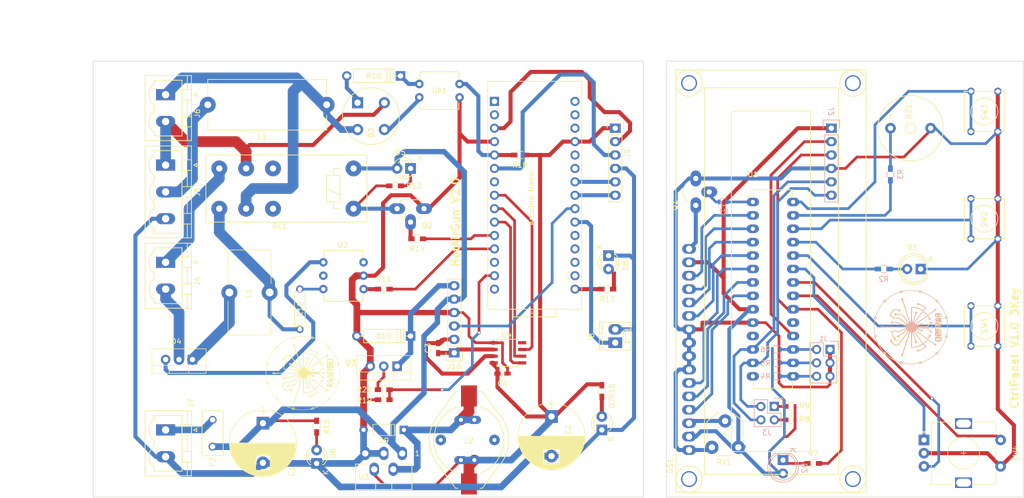
<source format=kicad_pcb>
(kicad_pcb (version 4) (host pcbnew 4.0.5+dfsg1-4)
  (layers (0 F.Cu signal hide) (31 B.Cu signal hide) (34 B.Paste user hide) (35 F.Paste user hide) (36 B.SilkS user) (37 F.SilkS user) (38 B.Mask user hide) (39 F.Mask user hide) (44 Edge.Cuts user))
  (net 0 "")
  (net 1 "Net-(C3-Pad1)")
  (net 2 "Net-(C3-Pad2)")
  (net 3 VCC)
  (net 4 Earth)
  (net 5 Gnd_P)
  (net 6 Vcc_P)
  (net 7 "Net-(DS1-Pad3)")
  (net 8 RS)
  (net 9 RW)
  (net 10 E)
  (net 11 D4)
  (net 12 D5)
  (net 13 D6)
  (net 14 D7)
  (net 15 "Net-(DS1-Pad16)")
  (net 16 MCP_INT)
  (net 17 TILT)
  (net 18 +24V)
  (net 19 "Net-(D10-Pad1)")
  (net 20 LED1)
  (net 21 "Net-(D6-Pad2)")
  (net 22 0_FASE)
  (net 23 "Net-(D7-Pad2)")
  (net 24 "Net-(D8-Pad2)")
  (net 25 D_LED)
  (net 26 FAN)
  (net 27 "Net-(Q3-Pad2)")
  (net 28 "Net-(J2-Pad5)")
  (net 29 "Net-(J2-Pad6)")
  (net 30 "Net-(J2-Pad2)")
  (net 31 "Net-(U1-Pad19)")
  (net 32 "Net-(J2-Pad3)")
  (net 33 Start)
  (net 34 Led)
  (net 35 Stop)
  (net 36 Buz)
  (net 37 WeldCurv)
  (net 38 "Net-(R10-Pad1)")
  (net 39 "Net-(D3-Pad2)")
  (net 40 "Net-(BZ1-Pad1)")
  (net 41 "Net-(D1-Pad2)")
  (net 42 "Net-(D2-Pad1)")
  (net 43 "Net-(D3-Pad1)")
  (net 44 220F)
  (net 45 220N)
  (net 46 "Net-(D4-Pad1)")
  (net 47 "Net-(D4-Pad2)")
  (net 48 "Net-(D4-Pad3)")
  (net 49 "Net-(D5-Pad1)")
  (net 50 "Net-(D9-Pad1)")
  (net 51 "Net-(J3-Pad1)")
  (net 52 SDA)
  (net 53 "Net-(J3-Pad3)")
  (net 54 SCL)
  (net 55 "Net-(J4-Pad1)")
  (net 56 "Net-(F2-Pad2)")
  (net 57 FOOT_SW)
  (net 58 "Net-(L1-Pad1)")
  (net 59 "Net-(Q2-Pad2)")
  (net 60 "Net-(Q2-Pad3)")
  (net 61 "Net-(R11-Pad1)")
  (net 62 TRIAC)
  (net 63 "Net-(R12-Pad2)")
  (net 64 "Net-(RL1-Pad12)")
  (net 65 SCK)
  (net 66 "Net-(J1-Pad2)")
  (net 67 "Net-(J1-Pad4)")
  (net 68 "Net-(J1-Pad6)")
  (net 69 "Net-(J9-Pad2)")
  (net 70 CS)
  (net 71 SO)
  (net 72 "Net-(SW4-PadB)")
  (net 73 "Net-(SW4-PadA)")
  (net 74 "Net-(U2-Pad5)")
  (net 75 "Net-(U2-Pad3)")
  (net 76 "Net-(Q1-Pad2)")
  (net 77 "Net-(RL1-Pad22)")
  (net 78 "Net-(XA1-PadVIN)")
  (net 79 "Net-(XA1-PadGND2)")
  (net 80 "Net-(XA1-PadRST2)")
  (net 81 "Net-(XA1-PadA7)")
  (net 82 "Net-(XA1-PadA6)")
  (net 83 "Net-(XA1-PadA1)")
  (net 84 "Net-(XA1-PadA0)")
  (net 85 "Net-(XA1-PadAREF)")
  (net 86 "Net-(XA1-Pad3V3)")
  (net 87 "Net-(XA1-PadD12)")
  (net 88 "Net-(XA1-PadD10)")
  (net 89 SAFE_REL)
  (net 90 "Net-(XA1-PadD4)")
  (net 91 "Net-(XA1-PadD0)")
  (net 92 "Net-(XA1-PadD1)")
  (net 93 "Net-(F1-Pad2)")
  (net 94 "Net-(U4-Pad8)")
  (net 95 "Net-(SW4-PadS2)")
  (module Display:WC1602A (layer F.Cu) (at 167.64 129.794 90)
    (fp_text reference DS1 (at -2.99974 -3.59918 90) (layer F.SilkS))
    (fp_text value LCD16X2)
    (pad 1 thru_hole oval (at 0 0 90) (size 1.8 2.6) (drill 1.2) (layers *.Cu *.Mask) (net 5 Gnd_P))
    (pad 2 thru_hole oval (at 2.54 0 90) (size 1.8 2.6) (drill 1.2) (layers *.Cu *.Mask) (net 6 Vcc_P))
    (pad 3 thru_hole oval (at 5.08 0 90) (size 1.8 2.6) (drill 1.2) (layers *.Cu *.Mask) (net 7 "Net-(DS1-Pad3)"))
    (pad 4 thru_hole oval (at 7.62 0 90) (size 1.8 2.6) (drill 1.2) (layers *.Cu *.Mask) (net 8 RS))
    (pad 5 thru_hole oval (at 10.16 0 90) (size 1.8 2.6) (drill 1.2) (layers *.Cu *.Mask) (net 9 RW))
    (pad 6 thru_hole oval (at 12.7 0 90) (size 1.8 2.6) (drill 1.2) (layers *.Cu *.Mask) (net 10 E))
    (pad 7 thru_hole oval (at 15.24 0 90) (size 1.8 2.6) (drill 1.2) (layers *.Cu *.Mask) (net 5 Gnd_P))
    (pad 8 thru_hole oval (at 17.78 0 90) (size 1.8 2.6) (drill 1.2) (layers *.Cu *.Mask) (net 5 Gnd_P))
    (pad 9 thru_hole oval (at 20.32 0 90) (size 1.8 2.6) (drill 1.2) (layers *.Cu *.Mask) (net 5 Gnd_P))
    (pad 10 thru_hole oval (at 22.86 0 90) (size 1.8 2.6) (drill 1.2) (layers *.Cu *.Mask) (net 5 Gnd_P))
    (pad 11 thru_hole oval (at 25.4 0 90) (size 1.8 2.6) (drill 1.2) (layers *.Cu *.Mask) (net 11 D4))
    (pad 12 thru_hole oval (at 27.94 0 90) (size 1.8 2.6) (drill 1.2) (layers *.Cu *.Mask) (net 12 D5))
    (pad 13 thru_hole oval (at 30.48 0 90) (size 1.8 2.6) (drill 1.2) (layers *.Cu *.Mask) (net 13 D6))
    (pad 14 thru_hole oval (at 33.02 0 90) (size 1.8 2.6) (drill 1.2) (layers *.Cu *.Mask) (net 14 D7))
    (pad 15 thru_hole oval (at 35.56 0 90) (size 1.8 2.6) (drill 1.2) (layers *.Cu *.Mask) (net 6 Vcc_P))
    (pad 16 thru_hole oval (at 38.1 0 90) (size 1.8 2.6) (drill 1.2) (layers *.Cu *.Mask) (net 15 "Net-(DS1-Pad16)"))
    (pad 0 thru_hole circle (at -5.4991 0 90) (size 3 3) (drill 2.5) (layers *.Cu *.Mask))
    (pad 0 thru_hole circle (at -5.4991 31.0007 90) (size 3 3) (drill 2.5) (layers *.Cu *.Mask))
    (pad 0 thru_hole circle (at 69.49948 31.0007 90) (size 3 3) (drill 2.5) (layers *.Cu *.Mask))
    (pad 0 thru_hole circle (at 69.49948 0 90) (size 3 3) (drill 2.5) (layers *.Cu *.Mask))
  )
  (module Connectors_Phoenix:PhoenixContact_MSTBVA-G_02x5.08mm_Vertical (layer F.Cu) (at 68.58 125.984 270)
    (fp_text reference J7 (at -5.08 -4.826 270) (layer F.SilkS))
    (fp_text value Vin)
    (pad 1 thru_hole rect (at 0 0 270) (size 2.1 3.6) (drill 1.4) (layers *.Cu *.Mask) (net 56 "Net-(F2-Pad2)"))
    (pad 2 thru_hole oval (at 5.08 0 270) (size 2.1 3.6) (drill 1.4) (layers *.Cu *.Mask) (net 4 Earth))
  )
  (module Arduino:Arduino_Nano_Socket (layer F.Cu) (at 138.43 103.124)
    (fp_text reference "Arduino Nano" (at -0.635 -20.955 90) (layer F.SilkS))
    (fp_text value Arduino_Nano_Socket)
    (fp_text user USB (at 0 0.635) (layer F.SilkS) (effects (font (size 0.5 0.5) (thickness 0.075))))
    (fp_text user 3.3V (at 6.35 -6.35 90) (layer F.SilkS) (effects (font (size 0.5 0.5) (thickness 0.075))))
    (pad VIN thru_hole circle (at 7.62 -39.37) (size 1.7272 1.7272) (drill 1.016) (layers *.Cu *.Mask) (net 78 "Net-(XA1-PadVIN)"))
    (pad GND2 thru_hole circle (at 7.62 -36.83) (size 1.7272 1.7272) (drill 1.016) (layers *.Cu *.Mask) (net 79 "Net-(XA1-PadGND2)"))
    (pad RST2 thru_hole circle (at 7.62 -34.29) (size 1.7272 1.7272) (drill 1.016) (layers *.Cu *.Mask) (net 80 "Net-(XA1-PadRST2)"))
    (pad 5V thru_hole circle (at 7.62 -31.75) (size 1.7272 1.7272) (drill 1.016) (layers *.Cu *.Mask) (net 3 VCC))
    (pad A7 thru_hole circle (at 7.62 -29.21) (size 1.7272 1.7272) (drill 1.016) (layers *.Cu *.Mask) (net 81 "Net-(XA1-PadA7)"))
    (pad A6 thru_hole circle (at 7.62 -26.67) (size 1.7272 1.7272) (drill 1.016) (layers *.Cu *.Mask) (net 82 "Net-(XA1-PadA6)"))
    (pad A5 thru_hole circle (at 7.62 -24.13) (size 1.7272 1.7272) (drill 1.016) (layers *.Cu *.Mask) (net 54 SCL))
    (pad A4 thru_hole circle (at 7.62 -21.59) (size 1.7272 1.7272) (drill 1.016) (layers *.Cu *.Mask) (net 52 SDA))
    (pad A3 thru_hole circle (at 7.62 -19.05) (size 1.7272 1.7272) (drill 1.016) (layers *.Cu *.Mask) (net 17 TILT))
    (pad A2 thru_hole circle (at 7.62 -16.51) (size 1.7272 1.7272) (drill 1.016) (layers *.Cu *.Mask) (net 57 FOOT_SW))
    (pad A1 thru_hole circle (at 7.62 -13.97) (size 1.7272 1.7272) (drill 1.016) (layers *.Cu *.Mask) (net 83 "Net-(XA1-PadA1)"))
    (pad A0 thru_hole circle (at 7.62 -11.43) (size 1.7272 1.7272) (drill 1.016) (layers *.Cu *.Mask) (net 84 "Net-(XA1-PadA0)"))
    (pad AREF thru_hole circle (at 7.62 -8.89) (size 1.7272 1.7272) (drill 1.016) (layers *.Cu *.Mask) (net 85 "Net-(XA1-PadAREF)"))
    (pad 3V3 thru_hole circle (at 7.62 -6.35) (size 1.7272 1.7272) (drill 1.016) (layers *.Cu *.Mask) (net 86 "Net-(XA1-Pad3V3)"))
    (pad D13 thru_hole circle (at 7.62 -3.81) (size 1.7272 1.7272) (drill 1.016) (layers *.Cu *.Mask) (net 25 D_LED))
    (pad D12 thru_hole circle (at -7.62 -3.81) (size 1.7272 1.7272) (drill 1.016) (layers *.Cu *.Mask) (net 87 "Net-(XA1-PadD12)"))
    (pad D11 thru_hole circle (at -7.62 -6.35) (size 1.7272 1.7272) (drill 1.016) (layers *.Cu *.Mask) (net 26 FAN))
    (pad D10 thru_hole circle (at -7.62 -8.89) (size 1.7272 1.7272) (drill 1.016) (layers *.Cu *.Mask) (net 88 "Net-(XA1-PadD10)"))
    (pad D9 thru_hole circle (at -7.62 -11.43) (size 1.7272 1.7272) (drill 1.016) (layers *.Cu *.Mask) (net 62 TRIAC))
    (pad D8 thru_hole circle (at -7.62 -13.97) (size 1.7272 1.7272) (drill 1.016) (layers *.Cu *.Mask) (net 89 SAFE_REL))
    (pad D7 thru_hole circle (at -7.62 -16.51) (size 1.7272 1.7272) (drill 1.016) (layers *.Cu *.Mask) (net 65 SCK))
    (pad D6 thru_hole circle (at -7.62 -19.05) (size 1.7272 1.7272) (drill 1.016) (layers *.Cu *.Mask) (net 70 CS))
    (pad D5 thru_hole circle (at -7.62 -21.59) (size 1.7272 1.7272) (drill 1.016) (layers *.Cu *.Mask) (net 71 SO))
    (pad D4 thru_hole circle (at -7.62 -24.13) (size 1.7272 1.7272) (drill 1.016) (layers *.Cu *.Mask) (net 90 "Net-(XA1-PadD4)"))
    (pad D3 thru_hole circle (at -7.62 -26.67) (size 1.7272 1.7272) (drill 1.016) (layers *.Cu *.Mask) (net 16 MCP_INT))
    (pad D2 thru_hole circle (at -7.62 -29.21) (size 1.7272 1.7272) (drill 1.016) (layers *.Cu *.Mask) (net 22 0_FASE))
    (pad GND1 thru_hole circle (at -7.62 -31.75) (size 1.7272 1.7272) (drill 1.016) (layers *.Cu *.Mask) (net 4 Earth))
    (pad RST1 thru_hole circle (at -7.62 -34.29) (size 1.7272 1.7272) (drill 1.016) (layers *.Cu *.Mask) (net 69 "Net-(J9-Pad2)"))
    (pad D0 thru_hole circle (at -7.62 -36.83) (size 1.7272 1.7272) (drill 1.016) (layers *.Cu *.Mask) (net 91 "Net-(XA1-PadD0)"))
    (pad D1 thru_hole rect (at -7.62 -39.37) (size 1.7272 1.7272) (drill 1.016) (layers *.Cu *.Mask) (net 92 "Net-(XA1-PadD1)"))
    (pad "" np_thru_hole circle (at -7.62 -41.91) (size 1.85 1.85) (drill 1.85) (layers *.Cu *.Mask))
    (pad "" np_thru_hole circle (at 7.62 -41.91) (size 1.85 1.85) (drill 1.85) (layers *.Cu *.Mask))
    (pad "" np_thru_hole circle (at -7.62 -1.27) (size 1.85 1.85) (drill 1.85) (layers *.Cu *.Mask))
    (pad "" np_thru_hole circle (at 7.62 -1.27) (size 1.85 1.85) (drill 1.85) (layers *.Cu *.Mask))
  )
  (module Resistors_SMD:R_0603_HandSoldering (layer F.Cu) (at 109.855 120.269 180)
    (fp_text reference R19 (at 3.683 -0.127 180) (layer F.SilkS))
    (fp_text value 10K)
    (pad 1 smd rect (at -1.1 0 180) (size 1.2 0.9) (layers F.Cu F.Paste F.Mask) (net 26 FAN))
    (pad 2 smd rect (at 1.1 0 180) (size 1.2 0.9) (layers F.Cu F.Paste F.Mask) (net 4 Earth))
  )
  (module Capacitors_THT:CP_Radial_D12.5mm_P7.50mm (layer F.Cu) (at 86.995 124.714 270)
    (fp_text reference C1 (at 9.144 -5.461 270) (layer F.SilkS))
    (fp_text value CP)
    (pad 1 thru_hole rect (at 0 0 270) (size 2.4 2.4) (drill 1.2) (layers *.Cu *.Mask) (net 18 +24V))
    (pad 2 thru_hole circle (at 7.5 0 270) (size 2.4 2.4) (drill 1.2) (layers *.Cu *.Mask) (net 4 Earth))
  )
  (module Capacitors_THT:CP_Radial_D12.5mm_P7.50mm (layer F.Cu) (at 141.605 123.444 270)
    (fp_text reference C2 (at 2.54 -3.175 270) (layer F.SilkS))
    (fp_text value CP)
    (pad 1 thru_hole rect (at 0 0 270) (size 2.4 2.4) (drill 1.2) (layers *.Cu *.Mask) (net 3 VCC))
    (pad 2 thru_hole circle (at 7.5 0 270) (size 2.4 2.4) (drill 1.2) (layers *.Cu *.Mask) (net 4 Earth))
  )
  (module TO_SOT_Packages_THT:TO-220_Vertical (layer F.Cu) (at 73.66 112.649 180)
    (fp_text reference D4 (at 3.048 3.429 180) (layer F.SilkS))
    (fp_text value BTA08)
    (pad 1 thru_hole rect (at 0 0 180) (size 1.8 1.8) (drill 1) (layers *.Cu *.Mask) (net 46 "Net-(D4-Pad1)"))
    (pad 2 thru_hole oval (at 2.54 0 180) (size 1.8 1.8) (drill 1) (layers *.Cu *.Mask) (net 47 "Net-(D4-Pad2)"))
    (pad 3 thru_hole oval (at 5.08 0 180) (size 1.8 1.8) (drill 1) (layers *.Cu *.Mask) (net 48 "Net-(D4-Pad3)"))
  )
  (module Diodes_THT:D_DO-35_SOD27_P7.62mm_Horizontal (layer F.Cu) (at 113.665 125.984 180)
    (fp_text reference D9 (at 3.81 -2.06 180) (layer F.SilkS))
    (fp_text value 1N5819)
    (pad 1 thru_hole rect (at 0 0 180) (size 1.6 1.6) (drill 0.8) (layers *.Cu *.Mask) (net 50 "Net-(D9-Pad1)"))
    (pad 2 thru_hole oval (at 7.62 0 180) (size 1.6 1.6) (drill 0.8) (layers *.Cu *.Mask) (net 4 Earth))
  )
  (module Inductors_THT:L_Toroid_Vertical_L16.0mm_W8.0mm_P7.62mm (layer F.Cu) (at 88.265 99.949 270)
    (fp_text reference L1 (at 0.127 3.937 270) (layer F.SilkS))
    (fp_text value L_Core_Ferrite)
    (pad 1 thru_hole circle (at 0 0 270) (size 3 3) (drill 1.5) (layers *.Cu *.Mask) (net 58 "Net-(L1-Pad1)"))
    (pad 2 thru_hole circle (at 0 7.62 270) (size 3 3) (drill 1.5) (layers *.Cu *.Mask) (net 46 "Net-(D4-Pad1)"))
  )
  (module TO_SOT_Packages_THT:TO-220_Vertical (layer F.Cu) (at 112.395 113.919 180)
    (fp_text reference Q3 (at 8.763 0.635 180) (layer F.SilkS))
    (fp_text value IRF740)
    (pad 1 thru_hole rect (at 0 0 180) (size 1.8 1.8) (drill 1) (layers *.Cu *.Mask) (net 19 "Net-(D10-Pad1)"))
    (pad 2 thru_hole oval (at 2.54 0 180) (size 1.8 1.8) (drill 1) (layers *.Cu *.Mask) (net 27 "Net-(Q3-Pad2)"))
    (pad 3 thru_hole oval (at 5.08 0 180) (size 1.8 1.8) (drill 1) (layers *.Cu *.Mask) (net 4 Earth))
  )
  (module Buttons_Switches_THT:SW_PUSH_SMALL (layer F.Cu) (at 223.52 106.299 90)
    (fp_text reference SW1 (at 0.127 0 90) (layer F.SilkS))
    (fp_text value Start)
    (pad 1 thru_hole circle (at 3.81 -2.54 90) (size 1.397 1.397) (drill 0.8128) (layers *.Cu *.Mask) (net 33 Start))
    (pad 2 thru_hole circle (at 3.81 2.54 90) (size 1.397 1.397) (drill 0.8128) (layers *.Cu *.Mask) (net 5 Gnd_P))
    (pad 1 thru_hole circle (at -3.81 -2.54 90) (size 1.397 1.397) (drill 0.8128) (layers *.Cu *.Mask) (net 33 Start))
    (pad 2 thru_hole circle (at -3.81 2.54 90) (size 1.397 1.397) (drill 0.8128) (layers *.Cu *.Mask) (net 5 Gnd_P))
  )
  (module Buttons_Switches_THT:SW_PUSH_SMALL (layer F.Cu) (at 223.52 85.979 90)
    (fp_text reference SW2 (at -0.127 0 90) (layer F.SilkS))
    (fp_text value Stop)
    (pad 1 thru_hole circle (at 3.81 -2.54 90) (size 1.397 1.397) (drill 0.8128) (layers *.Cu *.Mask) (net 35 Stop))
    (pad 2 thru_hole circle (at 3.81 2.54 90) (size 1.397 1.397) (drill 0.8128) (layers *.Cu *.Mask) (net 5 Gnd_P))
    (pad 1 thru_hole circle (at -3.81 -2.54 90) (size 1.397 1.397) (drill 0.8128) (layers *.Cu *.Mask) (net 35 Stop))
    (pad 2 thru_hole circle (at -3.81 2.54 90) (size 1.397 1.397) (drill 0.8128) (layers *.Cu *.Mask) (net 5 Gnd_P))
  )
  (module Buttons_Switches_THT:SW_PUSH_SMALL (layer F.Cu) (at 223.52 65.659 90)
    (fp_text reference SW3 (at -0.127 0 90) (layer F.SilkS))
    (fp_text value WeldCurv)
    (pad 1 thru_hole circle (at 3.81 -2.54 90) (size 1.397 1.397) (drill 0.8128) (layers *.Cu *.Mask) (net 37 WeldCurv))
    (pad 2 thru_hole circle (at 3.81 2.54 90) (size 1.397 1.397) (drill 0.8128) (layers *.Cu *.Mask) (net 5 Gnd_P))
    (pad 1 thru_hole circle (at -3.81 -2.54 90) (size 1.397 1.397) (drill 0.8128) (layers *.Cu *.Mask) (net 37 WeldCurv))
    (pad 2 thru_hole circle (at -3.81 2.54 90) (size 1.397 1.397) (drill 0.8128) (layers *.Cu *.Mask) (net 5 Gnd_P))
  )
  (module Msystem:Diode_Bridge_8.5 (layer F.Cu) (at 109.982 69.088 180)
    (fp_text reference D3 (at 2.54 -0.635 270) (layer F.SilkS))
    (fp_text value D_Bridge_+-AA)
    (pad 2 thru_hole circle (at 0 0 180) (size 2.1 2.1) (drill 1.2) (layers *.Cu *.Mask) (net 39 "Net-(D3-Pad2)"))
    (pad 3 thru_hole circle (at 0 5.08 180) (size 2.1 2.1) (drill 1.2) (layers *.Cu *.Mask) (net 45 220N))
    (pad 1 thru_hole rect (at 5.08 5.08 180) (size 2.1 2.1) (drill 1.2) (layers *.Cu *.Mask) (net 43 "Net-(D3-Pad1)"))
    (pad 4 thru_hole circle (at 5.08 0 180) (size 2.1 2.1) (drill 1.2) (layers *.Cu *.Mask) (net 44 220F))
  )
  (module Discret:D4 (layer F.Cu) (at 107.95 58.928)
    (fp_text reference R10 (at 0 0) (layer F.SilkS))
    (fp_text value 56k)
    (pad 2 thru_hole circle (at -5.08 0) (size 1.778 1.778) (drill 1.016) (layers *.Cu *.Mask) (net 43 "Net-(D3-Pad1)"))
    (pad 1 thru_hole rect (at 5.08 0) (size 1.778 1.778) (drill 1.016) (layers *.Cu *.Mask) (net 38 "Net-(R10-Pad1)"))
  )
  (module Discret:D4 (layer F.Cu) (at 109.855 108.204)
    (fp_text reference D10 (at 0 0 180) (layer F.SilkS))
    (fp_text value BA159)
    (pad 2 thru_hole circle (at -5.08 0) (size 1.778 1.778) (drill 1.016) (layers *.Cu *.Mask) (net 4 Earth))
    (pad 1 thru_hole rect (at 5.08 0) (size 1.778 1.778) (drill 1.016) (layers *.Cu *.Mask) (net 19 "Net-(D10-Pad1)"))
  )
  (module Discret:R3 (layer F.Cu) (at 93.98 103.124 90)
    (fp_text reference R12 (at 0 0.127 90) (layer F.SilkS))
    (fp_text value 330R)
    (pad 1 thru_hole circle (at -3.81 0 90) (size 1.397 1.397) (drill 0.8128) (layers *.Cu *.Mask) (net 58 "Net-(L1-Pad1)"))
    (pad 2 thru_hole circle (at 3.81 0 90) (size 1.397 1.397) (drill 0.8128) (layers *.Cu *.Mask) (net 63 "Net-(R12-Pad2)"))
  )
  (module Resistors_SMD:R_0603 (layer F.Cu) (at 186.944 124.079 180)
    (fp_text reference R8 (at -2.54 0.127 180) (layer F.SilkS))
    (fp_text value 8K2)
    (pad 1 smd rect (at -0.75 0 180) (size 0.5 0.9) (layers F.Cu F.Paste F.Mask) (net 6 Vcc_P))
    (pad 2 smd rect (at 0.75 0 180) (size 0.5 0.9) (layers F.Cu F.Paste F.Mask) (net 53 "Net-(J3-Pad3)"))
  )
  (module Resistors_SMD:R_0603 (layer F.Cu) (at 186.944 121.539 180)
    (fp_text reference R9 (at -2.54 0.127 180) (layer F.SilkS))
    (fp_text value 8K2)
    (pad 1 smd rect (at -0.75 0 180) (size 0.5 0.9) (layers F.Cu F.Paste F.Mask) (net 6 Vcc_P))
    (pad 2 smd rect (at 0.75 0 180) (size 0.5 0.9) (layers F.Cu F.Paste F.Mask) (net 51 "Net-(J3-Pad1)"))
  )
  (module Resistors_SMD:R_0603 (layer B.Cu) (at 184.15 110.744 180)
    (fp_text reference R6 (at 2.0574 0 180) (layer B.SilkS) (effects (justify mirror)))
    (fp_text value 10K)
    (pad 1 smd rect (at -0.75 0 180) (size 0.5 0.9) (layers B.Cu B.Paste B.Mask) (net 66 "Net-(J1-Pad2)"))
    (pad 2 smd rect (at 0.75 0 180) (size 0.5 0.9) (layers B.Cu B.Paste B.Mask) (net 6 Vcc_P))
  )
  (module Resistors_SMD:R_0603 (layer B.Cu) (at 184.15 113.284 180)
    (fp_text reference R5 (at 2.0574 -0.0762 180) (layer B.SilkS) (effects (justify mirror)))
    (fp_text value 10K)
    (pad 1 smd rect (at -0.75 0 180) (size 0.5 0.9) (layers B.Cu B.Paste B.Mask) (net 67 "Net-(J1-Pad4)"))
    (pad 2 smd rect (at 0.75 0 180) (size 0.5 0.9) (layers B.Cu B.Paste B.Mask) (net 6 Vcc_P))
  )
  (module Resistors_SMD:R_0603 (layer B.Cu) (at 184.15 115.824 180)
    (fp_text reference R4 (at 2.0574 -0.0254 180) (layer B.SilkS) (effects (justify mirror)))
    (fp_text value 10K)
    (pad 1 smd rect (at -0.75 0 180) (size 0.5 0.9) (layers B.Cu B.Paste B.Mask) (net 68 "Net-(J1-Pad6)"))
    (pad 2 smd rect (at 0.75 0 180) (size 0.5 0.9) (layers B.Cu B.Paste B.Mask) (net 6 Vcc_P))
  )
  (module Buzzers_Beepers:Buzzer_12x9.5RM7.6 (layer F.Cu) (at 209.55 68.834)
    (fp_text reference BZ1 (at -0.381 -3.175 90) (layer F.SilkS))
    (fp_text value Buzzer)
    (fp_text user + (at -3.81 -2.54) (layer F.SilkS))
    (pad 1 thru_hole circle (at -3.79984 0) (size 2 2) (drill 1.00076) (layers *.Cu *.Mask) (net 40 "Net-(BZ1-Pad1)"))
    (pad 2 thru_hole circle (at 3.79984 0) (size 2 2) (drill 1.00076) (layers *.Cu *.Mask) (net 5 Gnd_P))
  )
  (module Connectors_Phoenix:PhoenixContact_MSTBVA-G_02x5.08mm_Vertical (layer F.Cu) (at 68.58 62.484 270)
    (fp_text reference J6 (at 3.54 -6 270) (layer F.SilkS))
    (fp_text value PWR_Suply)
    (pad 1 thru_hole rect (at 0 0 270) (size 2.1 3.6) (drill 1.4) (layers *.Cu *.Mask) (net 44 220F))
    (pad 2 thru_hole oval (at 5.08 0 270) (size 2.1 3.6) (drill 1.4) (layers *.Cu *.Mask) (net 45 220N))
  )
  (module Connectors_Phoenix:PhoenixContact_MSTBVA-G_03x5.08mm_Vertical (layer F.Cu) (at 68.58 75.819 270)
    (fp_text reference J5 (at 5.08 -6 270) (layer F.SilkS))
    (fp_text value PWR_IN)
    (pad 1 thru_hole rect (at 0 0 270) (size 2.1 3.6) (drill 1.4) (layers *.Cu *.Mask) (net 45 220N))
    (pad 2 thru_hole oval (at 5.08 0 270) (size 2.1 3.6) (drill 1.4) (layers *.Cu *.Mask) (net 93 "Net-(F1-Pad2)"))
    (pad 3 thru_hole oval (at 10.16 0 270) (size 2.1 3.6) (drill 1.4) (layers *.Cu *.Mask) (net 4 Earth))
  )
  (module Connectors_Phoenix:PhoenixContact_MSTBVA-G_02x5.08mm_Vertical (layer F.Cu) (at 68.58 94.234 270)
    (fp_text reference J4 (at 3.54 -6 270) (layer F.SilkS))
    (fp_text value "HAG Resistor")
    (pad 1 thru_hole rect (at 0 0 270) (size 2.1 3.6) (drill 1.4) (layers *.Cu *.Mask) (net 55 "Net-(J4-Pad1)"))
    (pad 2 thru_hole oval (at 5.08 0 270) (size 2.1 3.6) (drill 1.4) (layers *.Cu *.Mask) (net 47 "Net-(D4-Pad2)"))
  )
  (module Housings_DIP:DIP-6_W7.62mm (layer F.Cu) (at 106.045 99.314 180)
    (fp_text reference U2 (at 3.937 8.382 180) (layer F.SilkS))
    (fp_text value MOC3023M)
    (pad 1 thru_hole oval (at 0 0 180) (size 1.6 1.6) (drill 0.8) (layers *.Cu *.Mask) (net 61 "Net-(R11-Pad1)"))
    (pad 2 thru_hole oval (at 0 2.54 180) (size 1.6 1.6) (drill 0.8) (layers *.Cu *.Mask) (net 4 Earth))
    (pad 3 thru_hole oval (at 0 5.08 180) (size 1.6 1.6) (drill 0.8) (layers *.Cu *.Mask) (net 75 "Net-(U2-Pad3)"))
    (pad 4 thru_hole oval (at 7.62 5.08 180) (size 1.6 1.6) (drill 0.8) (layers *.Cu *.Mask) (net 48 "Net-(D4-Pad3)"))
    (pad 5 thru_hole oval (at 7.62 2.54 180) (size 1.6 1.6) (drill 0.8) (layers *.Cu *.Mask) (net 74 "Net-(U2-Pad5)"))
    (pad 6 thru_hole oval (at 7.62 0 180) (size 1.6 1.6) (drill 0.8) (layers *.Cu *.Mask) (net 63 "Net-(R12-Pad2)"))
  )
  (module Housings_DIP:DIP-4_W7.62mm (layer F.Cu) (at 116.586 60.452)
    (fp_text reference UA1 (at 3.81 1.27) (layer F.SilkS))
    (fp_text value TLP627)
    (pad 1 thru_hole oval (at 0 0) (size 1.6 1.6) (drill 0.8) (layers *.Cu *.Mask) (net 38 "Net-(R10-Pad1)"))
    (pad 2 thru_hole oval (at 0 2.54) (size 1.6 1.6) (drill 0.8) (layers *.Cu *.Mask) (net 39 "Net-(D3-Pad2)"))
    (pad 3 thru_hole oval (at 7.62 2.54) (size 1.6 1.6) (drill 0.8) (layers *.Cu *.Mask) (net 4 Earth))
    (pad 4 thru_hole oval (at 7.62 0) (size 1.6 1.6) (drill 0.8) (layers *.Cu *.Mask) (net 22 0_FASE))
  )
  (module TO_SOT_Packages_THT:Pentawatt_Neutral_Staggered_Verical_TO220-5-T05D (layer F.Cu) (at 109.855 134.239 180)
    (fp_text reference U3 (at 3.81 -0.635 180) (layer F.SilkS))
    (fp_text value LM2575)
    (fp_text user 1 (at -6.35 3.81 180) (layer F.SilkS))
    (pad 3 thru_hole oval (at 0 3.79984 270) (size 2.49936 1.80086) (drill 1.19888) (layers *.Cu *.Mask) (net 4 Earth))
    (pad 1 thru_hole oval (at -3.50012 3.79984 270) (size 2.49936 1.80086) (drill 1.19888) (layers *.Cu *.Mask) (net 18 +24V))
    (pad 5 thru_hole oval (at 3.50012 3.79984 270) (size 2.49936 1.80086) (drill 1.19888) (layers *.Cu *.Mask) (net 4 Earth))
    (pad 4 thru_hole oval (at 1.80086 0.8001 270) (size 2.49936 1.80086) (drill 1.19888) (layers *.Cu *.Mask) (net 3 VCC))
    (pad 2 thru_hole oval (at -1.80086 0.8001 270) (size 2.49936 1.80086) (drill 1.19888) (layers *.Cu *.Mask) (net 50 "Net-(D9-Pad1)"))
  )
  (module Housings_DIP:DIP-28_W7.62mm_LongPads (layer F.Cu) (at 179.705 82.804)
    (fp_text reference U1 (at 0 -5.22) (layer F.SilkS))
    (fp_text value MCP23017)
    (pad 1 thru_hole oval (at 0 0) (size 2.3 1.6) (drill 0.8) (layers *.Cu *.Mask) (net 20 LED1))
    (pad 2 thru_hole oval (at 0 2.54) (size 2.3 1.6) (drill 0.8) (layers *.Cu *.Mask) (net 14 D7))
    (pad 3 thru_hole oval (at 0 5.08) (size 2.3 1.6) (drill 0.8) (layers *.Cu *.Mask) (net 13 D6))
    (pad 4 thru_hole oval (at 0 7.62) (size 2.3 1.6) (drill 0.8) (layers *.Cu *.Mask) (net 12 D5))
    (pad 5 thru_hole oval (at 0 10.16) (size 2.3 1.6) (drill 0.8) (layers *.Cu *.Mask) (net 11 D4))
    (pad 6 thru_hole oval (at 0 12.7) (size 2.3 1.6) (drill 0.8) (layers *.Cu *.Mask) (net 10 E))
    (pad 7 thru_hole oval (at 0 15.24) (size 2.3 1.6) (drill 0.8) (layers *.Cu *.Mask) (net 9 RW))
    (pad 8 thru_hole oval (at 0 17.78) (size 2.3 1.6) (drill 0.8) (layers *.Cu *.Mask) (net 8 RS))
    (pad 9 thru_hole oval (at 0 20.32) (size 2.3 1.6) (drill 0.8) (layers *.Cu *.Mask) (net 6 Vcc_P))
    (pad 10 thru_hole oval (at 0 22.86) (size 2.3 1.6) (drill 0.8) (layers *.Cu *.Mask) (net 5 Gnd_P))
    (pad 11 thru_hole oval (at 0 25.4) (size 2.3 1.6) (drill 0.8) (layers *.Cu *.Mask))
    (pad 12 thru_hole oval (at 0 27.94) (size 2.3 1.6) (drill 0.8) (layers *.Cu *.Mask) (net 28 "Net-(J2-Pad5)"))
    (pad 13 thru_hole oval (at 0 30.48) (size 2.3 1.6) (drill 0.8) (layers *.Cu *.Mask) (net 29 "Net-(J2-Pad6)"))
    (pad 14 thru_hole oval (at 0 33.02) (size 2.3 1.6) (drill 0.8) (layers *.Cu *.Mask))
    (pad 15 thru_hole oval (at 7.62 33.02) (size 2.3 1.6) (drill 0.8) (layers *.Cu *.Mask) (net 68 "Net-(J1-Pad6)"))
    (pad 16 thru_hole oval (at 7.62 30.48) (size 2.3 1.6) (drill 0.8) (layers *.Cu *.Mask) (net 67 "Net-(J1-Pad4)"))
    (pad 17 thru_hole oval (at 7.62 27.94) (size 2.3 1.6) (drill 0.8) (layers *.Cu *.Mask) (net 66 "Net-(J1-Pad2)"))
    (pad 18 thru_hole oval (at 7.62 25.4) (size 2.3 1.6) (drill 0.8) (layers *.Cu *.Mask) (net 30 "Net-(J2-Pad2)"))
    (pad 19 thru_hole oval (at 7.62 22.86) (size 2.3 1.6) (drill 0.8) (layers *.Cu *.Mask) (net 31 "Net-(U1-Pad19)"))
    (pad 20 thru_hole oval (at 7.62 20.32) (size 2.3 1.6) (drill 0.8) (layers *.Cu *.Mask) (net 32 "Net-(J2-Pad3)"))
    (pad 21 thru_hole oval (at 7.62 17.78) (size 2.3 1.6) (drill 0.8) (layers *.Cu *.Mask) (net 95 "Net-(SW4-PadS2)"))
    (pad 22 thru_hole oval (at 7.62 15.24) (size 2.3 1.6) (drill 0.8) (layers *.Cu *.Mask) (net 72 "Net-(SW4-PadB)"))
    (pad 23 thru_hole oval (at 7.62 12.7) (size 2.3 1.6) (drill 0.8) (layers *.Cu *.Mask) (net 73 "Net-(SW4-PadA)"))
    (pad 24 thru_hole oval (at 7.62 10.16) (size 2.3 1.6) (drill 0.8) (layers *.Cu *.Mask) (net 33 Start))
    (pad 25 thru_hole oval (at 7.62 7.62) (size 2.3 1.6) (drill 0.8) (layers *.Cu *.Mask) (net 34 Led))
    (pad 26 thru_hole oval (at 7.62 5.08) (size 2.3 1.6) (drill 0.8) (layers *.Cu *.Mask) (net 35 Stop))
    (pad 27 thru_hole oval (at 7.62 2.54) (size 2.3 1.6) (drill 0.8) (layers *.Cu *.Mask) (net 36 Buz))
    (pad 28 thru_hole oval (at 7.62 0) (size 2.3 1.6) (drill 0.8) (layers *.Cu *.Mask) (net 37 WeldCurv))
  )
  (module Rotary_Encoder:RotaryEncoder_Alps_EC11E-Switch_Vertical_H20mm (layer F.Cu) (at 212.09 127.889)
    (fp_text reference SW4 (at 17.399 2.54 90) (layer F.SilkS))
    (fp_text value Rotary_Encoder_Switch_V2)
    (pad S1 thru_hole circle (at 14.5 5) (size 2 2) (drill 1) (layers *.Cu *.Mask) (net 5 Gnd_P))
    (pad S2 thru_hole circle (at 14.5 0) (size 2 2) (drill 1) (layers *.Cu *.Mask) (net 95 "Net-(SW4-PadS2)"))
    (pad MP thru_hole rect (at 7.5 8.1) (size 3.2 2) (drill oval 2.8 1.5) (layers *.Cu *.Mask))
    (pad MP thru_hole rect (at 7.5 -3.1) (size 3.2 2) (drill oval 2.8 1.5) (layers *.Cu *.Mask))
    (pad B thru_hole circle (at 0 5) (size 2 2) (drill 1) (layers *.Cu *.Mask) (net 72 "Net-(SW4-PadB)"))
    (pad C thru_hole circle (at 0 2.5) (size 2 2) (drill 1) (layers *.Cu *.Mask) (net 5 Gnd_P))
    (pad A thru_hole rect (at 0 0) (size 2 2) (drill 1) (layers *.Cu *.Mask) (net 73 "Net-(SW4-PadA)"))
  )
  (module Resistors_SMD:R_0603_HandSoldering (layer F.Cu) (at 109.855 118.364)
    (fp_text reference R20 (at -3.683 0) (layer F.SilkS))
    (fp_text value 270R)
    (pad 1 smd rect (at -1.1 0) (size 1.2 0.9) (layers F.Cu F.Paste F.Mask) (net 27 "Net-(Q3-Pad2)"))
    (pad 2 smd rect (at 1.1 0) (size 1.2 0.9) (layers F.Cu F.Paste F.Mask) (net 26 FAN))
  )
  (module Resistors_SMD:R_0603_HandSoldering (layer F.Cu) (at 152.146 99.314 180)
    (fp_text reference R17 (at 0 -1.9 180) (layer F.SilkS))
    (fp_text value 470R)
    (pad 1 smd rect (at -1.1 0 180) (size 1.2 0.9) (layers F.Cu F.Paste F.Mask) (net 24 "Net-(D8-Pad2)"))
    (pad 2 smd rect (at 1.1 0 180) (size 1.2 0.9) (layers F.Cu F.Paste F.Mask) (net 25 D_LED))
  )
  (module Resistors_SMD:R_0603_HandSoldering (layer F.Cu) (at 151.13 118.618 270)
    (fp_text reference R16 (at 0 -1.9 270) (layer F.SilkS))
    (fp_text value 470R)
    (pad 1 smd rect (at -1.1 0 270) (size 1.2 0.9) (layers F.Cu F.Paste F.Mask) (net 3 VCC))
    (pad 2 smd rect (at 1.1 0 270) (size 1.2 0.9) (layers F.Cu F.Paste F.Mask) (net 23 "Net-(D7-Pad2)"))
  )
  (module Resistors_SMD:R_0603_HandSoldering (layer F.Cu) (at 97.155 125.349 270)
    (fp_text reference R15 (at 0 -1.9 270) (layer F.SilkS))
    (fp_text value 2K2)
    (pad 1 smd rect (at -1.1 0 270) (size 1.2 0.9) (layers F.Cu F.Paste F.Mask) (net 18 +24V))
    (pad 2 smd rect (at 1.1 0 270) (size 1.2 0.9) (layers F.Cu F.Paste F.Mask) (net 21 "Net-(D6-Pad2)"))
  )
  (module Resistors_SMD:R_0603_HandSoldering (layer F.Cu) (at 112.014 79.756 180)
    (fp_text reference R13 (at -3.556 0 180) (layer F.SilkS))
    (fp_text value 2K2)
    (pad 1 smd rect (at -1.1 0 180) (size 1.2 0.9) (layers F.Cu F.Paste F.Mask) (net 49 "Net-(D5-Pad1)"))
    (pad 2 smd rect (at 1.1 0 180) (size 1.2 0.9) (layers F.Cu F.Paste F.Mask) (net 60 "Net-(Q2-Pad3)"))
  )
  (module Resistors_SMD:R_0603_HandSoldering (layer F.Cu) (at 191.135 132.334)
    (fp_text reference R7 (at 0 -1.9) (layer F.SilkS))
    (fp_text value 360R)
    (pad 1 smd rect (at -1.1 0) (size 1.2 0.9) (layers F.Cu F.Paste F.Mask) (net 42 "Net-(D2-Pad1)"))
    (pad 2 smd rect (at 1.1 0) (size 1.2 0.9) (layers F.Cu F.Paste F.Mask) (net 32 "Net-(J2-Pad3)"))
  )
  (module Resistors_SMD:R_0603_HandSoldering (layer B.Cu) (at 205.74 77.597 90)
    (fp_text reference R3 (at 0 1.9 90) (layer B.SilkS) (effects (justify mirror)))
    (fp_text value 470R)
    (pad 1 smd rect (at -1.1 0 90) (size 1.2 0.9) (layers B.Cu B.Paste B.Mask) (net 36 Buz))
    (pad 2 smd rect (at 1.1 0 90) (size 1.2 0.9) (layers B.Cu B.Paste B.Mask) (net 40 "Net-(BZ1-Pad1)"))
  )
  (module Resistors_SMD:R_0603_HandSoldering (layer B.Cu) (at 204.47 95.504)
    (fp_text reference R2 (at 0 1.9) (layer B.SilkS) (effects (justify mirror)))
    (fp_text value 470R)
    (pad 1 smd rect (at -1.1 0) (size 1.2 0.9) (layers B.Cu B.Paste B.Mask) (net 34 Led))
    (pad 2 smd rect (at 1.1 0) (size 1.2 0.9) (layers B.Cu B.Paste B.Mask) (net 41 "Net-(D1-Pad2)"))
  )
  (module TO_SOT_Packages_THT:TO-92_Rugged (layer F.Cu) (at 117.475 84.074 180)
    (fp_text reference Q2 (at -0.635 -3.175 180) (layer F.SilkS))
    (fp_text value Q_PNP_CBE hide)
    (pad 2 thru_hole oval (at 2.54 -2.54 270) (size 2.99974 1.99898) (drill 1) (layers *.Cu *.Mask) (net 59 "Net-(Q2-Pad2)"))
    (pad 1 thru_hole oval (at 0 0 270) (size 1.99898 2.99974) (drill 1) (layers *.Cu *.Mask) (net 4 Earth))
    (pad 3 thru_hole oval (at 5.08 0 270) (size 1.99898 2.99974) (drill 1) (layers *.Cu *.Mask) (net 60 "Net-(Q2-Pad3)"))
  )
  (module Pin_Headers:Pin_Header_Straight_1x06 (layer F.Cu) (at 123.19 111.379 180)
    (fp_text reference J10 (at 0 -2.54 180) (layer F.SilkS))
    (fp_text value CONN_01X06)
    (pad 1 thru_hole rect (at 0 0 180) (size 2.032 1.7272) (drill 1.016) (layers *.Cu *.Mask) (net 1 "Net-(C3-Pad1)"))
    (pad 2 thru_hole oval (at 0 2.54 180) (size 2.032 1.7272) (drill 1.016) (layers *.Cu *.Mask) (net 2 "Net-(C3-Pad2)"))
    (pad 3 thru_hole oval (at 0 5.08 180) (size 2.032 1.7272) (drill 1.016) (layers *.Cu *.Mask) (net 17 TILT))
    (pad 4 thru_hole oval (at 0 7.62 180) (size 2.032 1.7272) (drill 1.016) (layers *.Cu *.Mask) (net 4 Earth))
    (pad 5 thru_hole oval (at 0 10.16 180) (size 2.032 1.7272) (drill 1.016) (layers *.Cu *.Mask) (net 18 +24V))
    (pad 6 thru_hole oval (at 0 12.7 180) (size 2.032 1.7272) (drill 1.016) (layers *.Cu *.Mask) (net 19 "Net-(D10-Pad1)"))
  )
  (module Pin_Headers:Pin_Header_Straight_1x06 (layer F.Cu) (at 153.67 68.834)
    (fp_text reference J9 (at 2.286 4.826 90) (layer F.SilkS))
    (fp_text value CONN_01X06)
    (pad 1 thru_hole rect (at 0 0) (size 2.032 1.7272) (drill 1.016) (layers *.Cu *.Mask) (net 3 VCC))
    (pad 2 thru_hole oval (at 0 2.54) (size 2.032 1.7272) (drill 1.016) (layers *.Cu *.Mask) (net 69 "Net-(J9-Pad2)"))
    (pad 3 thru_hole oval (at 0 5.08) (size 2.032 1.7272) (drill 1.016) (layers *.Cu *.Mask) (net 16 MCP_INT))
    (pad 4 thru_hole oval (at 0 7.62) (size 2.032 1.7272) (drill 1.016) (layers *.Cu *.Mask) (net 4 Earth))
    (pad 5 thru_hole oval (at 0 10.16) (size 2.032 1.7272) (drill 1.016) (layers *.Cu *.Mask) (net 54 SCL))
    (pad 6 thru_hole oval (at 0 12.7) (size 2.032 1.7272) (drill 1.016) (layers *.Cu *.Mask) (net 52 SDA))
  )
  (module Pin_Headers:Pin_Header_Straight_2x02 (layer B.Cu) (at 183.769 121.539 180)
    (fp_text reference J3 (at 1.397 -4.953 360) (layer B.SilkS) (effects (justify mirror)))
    (fp_text value CONN_02X02)
    (pad 1 thru_hole rect (at 0 0 180) (size 1.7272 1.7272) (drill 1.016) (layers *.Cu *.Mask) (net 51 "Net-(J3-Pad1)"))
    (pad 2 thru_hole oval (at 2.54 0 180) (size 1.7272 1.7272) (drill 1.016) (layers *.Cu *.Mask) (net 29 "Net-(J2-Pad6)"))
    (pad 3 thru_hole oval (at 0 -2.54 180) (size 1.7272 1.7272) (drill 1.016) (layers *.Cu *.Mask) (net 53 "Net-(J3-Pad3)"))
    (pad 4 thru_hole oval (at 2.54 -2.54 180) (size 1.7272 1.7272) (drill 1.016) (layers *.Cu *.Mask) (net 28 "Net-(J2-Pad5)"))
  )
  (module Pin_Headers:Pin_Header_Straight_1x06 (layer B.Cu) (at 194.564 68.834 180)
    (fp_text reference J2 (at 0 3.175 270) (layer B.SilkS) (effects (justify mirror)))
    (fp_text value CONN_01X06)
    (pad 1 thru_hole rect (at 0 0 180) (size 2.032 1.7272) (drill 1.016) (layers *.Cu *.Mask) (net 6 Vcc_P))
    (pad 2 thru_hole oval (at 0 -2.54 180) (size 2.032 1.7272) (drill 1.016) (layers *.Cu *.Mask) (net 30 "Net-(J2-Pad2)"))
    (pad 3 thru_hole oval (at 0 -5.08 180) (size 2.032 1.7272) (drill 1.016) (layers *.Cu *.Mask) (net 32 "Net-(J2-Pad3)"))
    (pad 4 thru_hole oval (at 0 -7.62 180) (size 2.032 1.7272) (drill 1.016) (layers *.Cu *.Mask) (net 5 Gnd_P))
    (pad 5 thru_hole oval (at 0 -10.16 180) (size 2.032 1.7272) (drill 1.016) (layers *.Cu *.Mask) (net 28 "Net-(J2-Pad5)"))
    (pad 6 thru_hole oval (at 0 -12.7 180) (size 2.032 1.7272) (drill 1.016) (layers *.Cu *.Mask) (net 29 "Net-(J2-Pad6)"))
  )
  (module Pin_Headers:Pin_Header_Straight_2x03 (layer B.Cu) (at 194.31 110.744 180)
    (fp_text reference J1 (at 1.27 2.032 180) (layer B.SilkS) (effects (justify mirror)))
    (fp_text value CONN_02X03)
    (pad 1 thru_hole rect (at 0 0 180) (size 1.7272 1.7272) (drill 1.016) (layers *.Cu *.Mask) (net 5 Gnd_P))
    (pad 2 thru_hole oval (at 2.54 0 180) (size 1.7272 1.7272) (drill 1.016) (layers *.Cu *.Mask) (net 66 "Net-(J1-Pad2)"))
    (pad 3 thru_hole oval (at 0 -2.54 180) (size 1.7272 1.7272) (drill 1.016) (layers *.Cu *.Mask) (net 5 Gnd_P))
    (pad 4 thru_hole oval (at 2.54 -2.54 180) (size 1.7272 1.7272) (drill 1.016) (layers *.Cu *.Mask) (net 67 "Net-(J1-Pad4)"))
    (pad 5 thru_hole oval (at 0 -5.08 180) (size 1.7272 1.7272) (drill 1.016) (layers *.Cu *.Mask) (net 5 Gnd_P))
    (pad 6 thru_hole oval (at 2.54 -5.08 180) (size 1.7272 1.7272) (drill 1.016) (layers *.Cu *.Mask) (net 68 "Net-(J1-Pad6)"))
  )
  (module LEDs:LED-3MM (layer F.Cu) (at 152.4 92.964 270)
    (fp_text reference D8 (at 1.905 -3.175 270) (layer F.SilkS))
    (fp_text value Led_Gr)
    (fp_text user K (at -1.69 1.74 270) (layer F.SilkS))
    (pad 1 thru_hole rect (at 0 0) (size 2 2) (drill 1.00076) (layers *.Cu *.Mask) (net 4 Earth))
    (pad 2 thru_hole circle (at 2.54 0 270) (size 2 2) (drill 1.00076) (layers *.Cu *.Mask) (net 24 "Net-(D8-Pad2)"))
  )
  (module LEDs:LED-3MM (layer F.Cu) (at 151.13 125.984 90)
    (fp_text reference D7 (at 5.08 1.905 90) (layer F.SilkS))
    (fp_text value Led_Bl)
    (fp_text user K (at -1.69 1.74 90) (layer F.SilkS))
    (pad 1 thru_hole rect (at 0 0 180) (size 2 2) (drill 1.00076) (layers *.Cu *.Mask) (net 4 Earth))
    (pad 2 thru_hole circle (at 2.54 0 90) (size 2 2) (drill 1.00076) (layers *.Cu *.Mask) (net 23 "Net-(D7-Pad2)"))
  )
  (module LEDs:LED-3MM (layer F.Cu) (at 97.155 132.334 90)
    (fp_text reference D6 (at 1.91 3.06 90) (layer F.SilkS))
    (fp_text value Led_Ye)
    (fp_text user K (at -1.69 1.74 90) (layer F.SilkS))
    (pad 1 thru_hole rect (at 0 0 180) (size 2 2) (drill 1.00076) (layers *.Cu *.Mask) (net 4 Earth))
    (pad 2 thru_hole circle (at 2.54 0 90) (size 2 2) (drill 1.00076) (layers *.Cu *.Mask) (net 21 "Net-(D6-Pad2)"))
  )
  (module LEDs:LED-3MM (layer F.Cu) (at 114.935 76.454 180)
    (fp_text reference D5 (at 1.91 3.06 180) (layer F.SilkS))
    (fp_text value LED)
    (fp_text user K (at -1.905 1.905 180) (layer F.SilkS))
    (pad 1 thru_hole rect (at 0 0 270) (size 2 2) (drill 1.00076) (layers *.Cu *.Mask) (net 49 "Net-(D5-Pad1)"))
    (pad 2 thru_hole circle (at 2.54 0 180) (size 2 2) (drill 1.00076) (layers *.Cu *.Mask) (net 18 +24V))
  )
  (module LEDs:LED-5MM (layer B.Cu) (at 185.42 131.699 270)
    (fp_text reference D2 (at 1.524 -4.064 270) (layer B.SilkS) (effects (justify mirror)))
    (fp_text value LED)
    (fp_text user K (at -1.905 -1.905 270) (layer B.SilkS) (effects (justify mirror)))
    (pad 1 thru_hole rect (at 0 0 180) (size 2 1.9) (drill 1.00076) (layers *.Cu *.Mask) (net 42 "Net-(D2-Pad1)"))
    (pad 2 thru_hole circle (at 2.54 0 270) (size 1.9 1.9) (drill 1.00076) (layers *.Cu *.Mask) (net 6 Vcc_P))
  )
  (module LEDs:LED-5MM (layer F.Cu) (at 211.455 95.504 180)
    (fp_text reference D1 (at 1.524 4.064 180) (layer F.SilkS))
    (fp_text value LED)
    (fp_text user K (at -1.905 1.905 180) (layer F.SilkS))
    (pad 1 thru_hole rect (at 0 0 270) (size 2 1.9) (drill 1.00076) (layers *.Cu *.Mask) (net 5 Gnd_P))
    (pad 2 thru_hole circle (at 2.54 0 180) (size 1.9 1.9) (drill 1.00076) (layers *.Cu *.Mask) (net 41 "Net-(D1-Pad2)"))
  )
  (module Capacitors_SMD:C_0603_HandSoldering (layer F.Cu) (at 132.334 115.316)
    (fp_text reference C4 (at 0 1.905) (layer F.SilkS))
    (fp_text value 100pF)
    (pad 1 smd rect (at -0.95 0) (size 1.2 0.75) (layers F.Cu F.Paste F.Mask) (net 3 VCC))
    (pad 2 smd rect (at 0.95 0) (size 1.2 0.75) (layers F.Cu F.Paste F.Mask) (net 4 Earth))
  )
  (module Capacitors_SMD:C_0603_HandSoldering (layer F.Cu) (at 120.142 110.49 90)
    (fp_text reference C3 (at 0 -1.9 90) (layer F.SilkS))
    (fp_text value C)
    (pad 1 smd rect (at -0.95 0 90) (size 1.2 0.75) (layers F.Cu F.Paste F.Mask) (net 1 "Net-(C3-Pad1)"))
    (pad 2 smd rect (at 0.95 0 90) (size 1.2 0.75) (layers F.Cu F.Paste F.Mask) (net 2 "Net-(C3-Pad2)"))
  )
  (module TO_SOT_Packages_THT:TO-92_Rugged_Reverse (layer F.Cu) (at 168.91 83.439 90)
    (fp_text reference Q1 (at 0 -4 90) (layer F.SilkS))
    (fp_text value Q_NPN_CBE)
    (pad 2 thru_hole oval (at 2.54 2.54 180) (size 2.99974 1.99898) (drill 1) (layers *.Cu *.Mask) (net 76 "Net-(Q1-Pad2)"))
    (pad 1 thru_hole oval (at 0 0 180) (size 1.99898 2.99974) (drill 1) (layers *.Cu *.Mask) (net 15 "Net-(DS1-Pad16)"))
    (pad 3 thru_hole oval (at 5.08 0 180) (size 1.99898 2.99974) (drill 1) (layers *.Cu *.Mask) (net 5 Gnd_P))
  )
  (module Potentiometers:Potentiometer_VishaySpectrol-Econtrim-Type36M (layer F.Cu) (at 171.958 129.286)
    (fp_text reference RV1 (at 2.286 2.794) (layer F.SilkS))
    (fp_text value POT)
    (pad 2 thru_hole circle (at 2.49936 -4.99872) (size 2.49936 2.49936) (drill 1.19888) (layers *.Cu *.Mask) (net 7 "Net-(DS1-Pad3)"))
    (pad 3 thru_hole circle (at 4.99872 0) (size 2.49936 2.49936) (drill 1.19888) (layers *.Cu *.Mask) (net 6 Vcc_P))
    (pad 1 thru_hole circle (at 0 0) (size 2.49936 2.49936) (drill 1.19888) (layers *.Cu *.Mask) (net 5 Gnd_P))
  )
  (module Msystem:Relay_SPDT_Schrack-RT1_RM5mm (layer F.Cu) (at 104.14 76.454 180)
    (fp_text reference RL1 (at 13.97 -10.922 180) (layer F.SilkS))
    (fp_text value FINDER-40.52)
    (pad A1 thru_hole circle (at 0 -7.62 180) (size 2.99974 2.99974) (drill 1.19888) (layers *.Cu *.Mask) (net 60 "Net-(Q2-Pad3)"))
    (pad A2 thru_hole circle (at 0 0 180) (size 2.99974 2.99974) (drill 1.19888) (layers *.Cu *.Mask) (net 18 +24V))
    (pad 22 thru_hole circle (at 15.24 0 180) (size 2.99974 2.99974) (drill 1.19888) (layers *.Cu *.Mask) (net 77 "Net-(RL1-Pad22)"))
    (pad 21 thru_hole circle (at 20.32 0 180) (size 2.99974 2.99974) (drill 1.19888) (layers *.Cu *.Mask) (net 45 220N))
    (pad 24 thru_hole circle (at 25.4 0 180) (size 2.99974 2.99974) (drill 1.19888) (layers *.Cu *.Mask) (net 55 "Net-(J4-Pad1)"))
    (pad 12 thru_hole circle (at 15.24 -7.62 180) (size 2.99974 2.99974) (drill 1.19888) (layers *.Cu *.Mask) (net 64 "Net-(RL1-Pad12)"))
    (pad 11 thru_hole circle (at 20.32 -7.62 180) (size 2.99974 2.99974) (drill 1.19888) (layers *.Cu *.Mask) (net 44 220F))
    (pad 14 thru_hole circle (at 25.4 -7.62 180) (size 2.99974 2.99974) (drill 1.19888) (layers *.Cu *.Mask) (net 58 "Net-(L1-Pad1)"))
  )
  (module Msystem:Induttanza (layer F.Cu) (at 125.73 127.889 90)
    (fp_text reference L2 (at -0.127 0.254 180) (layer F.SilkS))
    (fp_text value 330uH)
    (pad 1 thru_hole oval (at -3.81 1.27 90) (size 1.524 2.5) (drill 0.762) (layers *.Cu *.Mask) (net 3 VCC))
    (pad 1 thru_hole oval (at -3.81 -1.27 90) (size 1.524 2.5) (drill 0.762) (layers *.Cu *.Mask) (net 3 VCC))
    (pad 2 thru_hole oval (at 3.81 -1.27 90) (size 1.524 2.5) (drill 0.762) (layers *.Cu *.Mask) (net 50 "Net-(D9-Pad1)"))
    (pad 2 thru_hole oval (at 3.81 1.27 90) (size 1.524 2.5) (drill 0.762) (layers *.Cu *.Mask) (net 50 "Net-(D9-Pad1)"))
    (pad 3 thru_hole circle (at 0 5.08 90) (size 2 2) (drill 0.762) (layers *.Cu *.Mask))
    (pad 3 thru_hole circle (at 0 -5.08 90) (size 2 2) (drill 0.762) (layers *.Cu *.Mask))
  )
  (module Fuse_Holders_and_Fuses:Fuseholder5x20_horiz_open_Schurter_0031_8201 (layer F.Cu) (at 99.06 64.389 180)
    (fp_text reference F1 (at 12.192 -6.223 180) (layer F.SilkS))
    (fp_text value 2A)
    (pad 1 thru_hole circle (at 0 0 180) (size 3 3) (drill 1.3) (layers *.Cu *.Mask) (net 44 220F))
    (pad 2 thru_hole circle (at 22.5 0 180) (size 3 3) (drill 1.3) (layers *.Cu *.Mask) (net 93 "Net-(F1-Pad2)"))
    (pad "" np_thru_hole circle (at 11.25 0 180) (size 2.7 2.7) (drill 2.7) (layers *.Cu *.Mask))
  )
  (module Housings_SOIC:SOIC-8_3.9x4.9mm_Pitch1.27mm (layer F.Cu) (at 133.35 111.379)
    (fp_text reference U4 (at -0.254 -3.429) (layer F.SilkS))
    (fp_text value MAX6675)
    (pad 1 smd rect (at -2.7 -1.905) (size 1.55 0.6) (layers F.Cu F.Paste F.Mask) (net 4 Earth))
    (pad 2 smd rect (at -2.7 -0.635) (size 1.55 0.6) (layers F.Cu F.Paste F.Mask) (net 1 "Net-(C3-Pad1)"))
    (pad 3 smd rect (at -2.7 0.635) (size 1.55 0.6) (layers F.Cu F.Paste F.Mask) (net 2 "Net-(C3-Pad2)"))
    (pad 4 smd rect (at -2.7 1.905) (size 1.55 0.6) (layers F.Cu F.Paste F.Mask) (net 3 VCC))
    (pad 5 smd rect (at 2.7 1.905) (size 1.55 0.6) (layers F.Cu F.Paste F.Mask) (net 65 SCK))
    (pad 6 smd rect (at 2.7 0.635) (size 1.55 0.6) (layers F.Cu F.Paste F.Mask) (net 70 CS))
    (pad 7 smd rect (at 2.7 -0.635) (size 1.55 0.6) (layers F.Cu F.Paste F.Mask) (net 71 SO))
    (pad 8 smd rect (at 2.7 -1.905) (size 1.55 0.6) (layers F.Cu F.Paste F.Mask) (net 94 "Net-(U4-Pad8)"))
  )
  (module Resistors_SMD:R_0603 (layer B.Cu) (at 174.117 82.804)
    (fp_text reference R1 (at 0 1.9) (layer B.SilkS) (effects (justify mirror)))
    (fp_text value 470R)
    (pad 1 smd rect (at -0.75 0) (size 0.5 0.9) (layers B.Cu B.Paste B.Mask) (net 76 "Net-(Q1-Pad2)"))
    (pad 2 smd rect (at 0.75 0) (size 0.5 0.9) (layers B.Cu B.Paste B.Mask) (net 20 LED1))
  )
  (module Fuse_Holders_and_Fuses:Fuse_TE5_Littlefuse-395Series (layer F.Cu) (at 77.47 126.619 90)
    (fp_text reference F2 (at -5.461 0 90) (layer F.SilkS))
    (fp_text value Polyfuse_Small)
    (pad 1 thru_hole circle (at -2.54 0 90) (size 1.50114 1.50114) (drill 1.00076) (layers *.Cu *.Mask) (net 18 +24V))
    (pad 2 thru_hole circle (at 2.54 0.01016 90) (size 1.50114 1.50114) (drill 1.00076) (layers *.Cu *.Mask) (net 56 "Net-(F2-Pad2)"))
  )
  (module Connectors_Molex:Molex_KK-6410-02_02x2.54mm_Straight (layer F.Cu) (at 153.67 109.474 90)
    (fp_text reference J8 (at 1 -4.5 90) (layer F.SilkS))
    (fp_text value "Foot Switch")
    (pad 1 thru_hole rect (at 0 0 90) (size 2 2.6) (drill 1.2) (layers *.Cu *.Mask) (net 57 FOOT_SW))
    (pad 2 thru_hole oval (at 2.54 0 90) (size 2 2.6) (drill 1.2) (layers *.Cu *.Mask) (net 4 Earth))
  )
  (module Resistors_SMD:R_0603_HandSoldering (layer F.Cu) (at 109.855 99.314)
    (fp_text reference R11 (at 0 -1.9) (layer F.SilkS))
    (fp_text value 330R)
    (pad 1 smd rect (at -1.1 0) (size 1.2 0.9) (layers F.Cu F.Paste F.Mask) (net 61 "Net-(R11-Pad1)"))
    (pad 2 smd rect (at 1.1 0) (size 1.2 0.9) (layers F.Cu F.Paste F.Mask) (net 62 TRIAC))
  )
  (module Resistors_SMD:R_0603_HandSoldering (layer F.Cu) (at 116.205 89.789 180)
    (fp_text reference R14 (at 0 -1.9 180) (layer F.SilkS))
    (fp_text value 470R)
    (pad 1 smd rect (at -1.1 0 180) (size 1.2 0.9) (layers F.Cu F.Paste F.Mask) (net 89 SAFE_REL))
    (pad 2 smd rect (at 1.1 0 180) (size 1.2 0.9) (layers F.Cu F.Paste F.Mask) (net 59 "Net-(Q2-Pad2)"))
  )
  (module Resistors_SMD:R_0603_HandSoldering (layer F.Cu) (at 135.636 73.914 180)
    (fp_text reference R18 (at 0 -1.9 180) (layer F.SilkS))
    (fp_text value 15K)
    (pad 1 smd rect (at -1.1 0 180) (size 1.2 0.9) (layers F.Cu F.Paste F.Mask) (net 3 VCC))
    (pad 2 smd rect (at 1.1 0 180) (size 1.2 0.9) (layers F.Cu F.Paste F.Mask) (net 22 0_FASE))
  )
  (module Choke_SMD:Choke_SMD_PISR_Handsoldering_FASTRON (layer F.Cu) (at 125.984 127.889 270)
    (fp_text reference "" hide)
    (fp_text value Choke_SMD_PISR_Handsoldering_FASTRON)
    (pad 2 smd rect (at -8.3312 0 270) (size 4.0005 2.99974) (layers F.Cu F.Paste F.Mask) (net 50 "Net-(D9-Pad1)"))
    (pad 1 smd rect (at 8.3312 0 270) (size 4.0005 2.99974) (layers F.Cu F.Paste F.Mask) (net 3 VCC))
  )
  (module Mounting_Holes:MountingHole_3.2mm_M3 (layer F.Cu) (at 155.194 61.214)
    (fp_text reference REF** hide)
    (fp_text value "")
    (pad 1 np_thru_hole circle (at 0 0) (size 3.2 3.2) (drill 3.2) (layers *.Cu *.Mask))
  )
  (module Mounting_Holes:MountingHole_3.2mm_M3 (layer F.Cu) (at 58.674 61.214)
    (fp_text reference REF** hide)
    (fp_text value "")
    (pad 1 np_thru_hole circle (at 0 0) (size 3.2 3.2) (drill 3.2) (layers *.Cu *.Mask))
  )
  (module Mounting_Holes:MountingHole_3.2mm_M3 (layer F.Cu) (at 58.674 133.604)
    (fp_text reference REF** hide)
    (fp_text value "")
    (pad 1 np_thru_hole circle (at 0 0) (size 3.2 3.2) (drill 3.2) (layers *.Cu *.Mask))
  )
  (module Mounting_Holes:MountingHole_3.2mm_M3 (layer F.Cu) (at 155.194 133.604)
    (fp_text reference REF** hide)
    (fp_text value "")
    (pad 1 np_thru_hole circle (at 0 0) (size 3.2 3.2) (drill 3.2) (layers *.Cu *.Mask))
  )
  (module Mounting_Holes:MountingHole_3.2mm_M3 (layer F.Cu) (at 217.424 76.454)
    (fp_text reference REF** hide)
    (fp_text value "")
    (pad 1 np_thru_hole circle (at 0 0) (size 3.2 3.2) (drill 3.2) (layers *.Cu *.Mask))
  )
  (module Mounting_Holes:MountingHole_3.2mm_M3 (layer F.Cu) (at 217.424 115.824)
    (fp_text reference REF** hide)
    (fp_text value "")
    (pad 1 np_thru_hole circle (at 0 0) (size 3.2 3.2) (drill 3.2) (layers *.Cu *.Mask))
  )
  (module Msystem:LOGO (layer B.Cu) (at 209.55 106.426 270)
    (fp_text reference G*** hide)
    (fp_text value LOGO hide)
  )
  (module Msystem:LOGO (layer F.Cu) (at 209.55 106.68 90)
    (fp_text reference G*** hide)
    (fp_text value LOGO hide)
  )
  (module Msystem:LOGO (layer F.Cu) (at 94.488 115.316 90)
    (fp_text reference G*** hide)
    (fp_text value LOGO hide)
  )
  (gr_line (start 163.322 56.134) (end 230.886 56.134) (angle 90) (layer Edge.Cuts) (width 0.1))
  (gr_line (start 230.886 138.684) (end 230.886 56.134) (angle 90) (layer Edge.Cuts) (width 0.1))
  (gr_line (start 163.322 138.684) (end 230.886 138.684) (angle 90) (layer Edge.Cuts) (width 0.1))
  (gr_line (start 163.322 56.388) (end 163.322 138.684) (angle 90) (layer Edge.Cuts) (width 0.1))
  (gr_line (start 54.864 138.684) (end 54.864 56.134) (angle 90) (layer Edge.Cuts) (width 0.1))
  (gr_line (start 159.004 138.684) (end 54.864 138.684) (angle 90) (layer Edge.Cuts) (width 0.1))
  (gr_line (start 159.004 56.134) (end 159.004 138.684) (angle 90) (layer Edge.Cuts) (width 0.1))
  (gr_line (start 159.004 56.134) (end 54.864 56.134) (angle 90) (layer Edge.Cuts) (width 0.1))
  (gr_text "HotAirGun V2.0" (at 123.444 86.614 90) (layer F.SilkS) (effects (font (size 1.5 1.5) (thickness 0.3))))
  (gr_text "CtrlPanel V1.0 3Key" (at 229.235 110.49 90) (layer F.SilkS) (effects (font (size 1.5 1.5) (thickness 0.3))))
  (segment (start 123.19 111.379) (end 120.203 111.379) (width 0.762) (layer F.Cu) (net 1))
  (segment (start 120.203 111.379) (end 120.142 111.44) (width 0.762) (layer F.Cu) (net 1))
  (segment (start 130.65 110.744) (end 123.825 110.744) (width 0.762) (layer F.Cu) (net 1))
  (segment (start 123.825 110.744) (end 123.19 111.379) (width 0.762) (layer F.Cu) (net 1))
  (segment (start 120.142 109.54) (end 120.142 109.474) (width 0.508) (layer F.Cu) (net 2))
  (segment (start 120.142 109.474) (end 120.777 108.839) (width 0.508) (layer F.Cu) (net 2))
  (segment (start 120.777 108.839) (end 123.19 108.839) (width 0.508) (layer F.Cu) (net 2))
  (segment (start 130.65 112.014) (end 129.032 112.014) (width 0.762) (layer F.Cu) (net 2))
  (segment (start 121.285 108.839) (end 123.19 108.839) (width 0.762) (layer F.Cu) (net 2))
  (segment (start 120.584 109.54) (end 121.285 108.839) (width 0.762) (layer F.Cu) (net 2))
  (segment (start 118.044 109.54) (end 120.584 109.54) (width 0.762) (layer F.Cu) (net 2))
  (segment (start 117.856 109.728) (end 118.044 109.54) (width 0.762) (layer F.Cu) (net 2))
  (segment (start 117.856 112.268) (end 117.856 109.728) (width 0.762) (layer F.Cu) (net 2))
  (segment (start 120.904 115.316) (end 117.856 112.268) (width 0.762) (layer F.Cu) (net 2))
  (segment (start 125.73 115.316) (end 120.904 115.316) (width 0.762) (layer F.Cu) (net 2))
  (segment (start 129.032 112.014) (end 125.73 115.316) (width 0.762) (layer F.Cu) (net 2))
  (segment (start 125.984 136.2202) (end 125.984 132.715) (width 2.032) (layer F.Cu) (net 3))
  (segment (start 125.984 132.715) (end 127 131.699) (width 2.032) (layer F.Cu) (net 3))
  (segment (start 146.05 71.374) (end 148.844 71.374) (width 0.762) (layer F.Cu) (net 3))
  (segment (start 151.384 68.834) (end 153.67 68.834) (width 0.762) (layer F.Cu) (net 3))
  (segment (start 148.844 71.374) (end 151.384 68.834) (width 0.762) (layer F.Cu) (net 3))
  (segment (start 139.446 73.914) (end 139.446 121.285) (width 0.762) (layer F.Cu) (net 3))
  (segment (start 139.446 121.285) (end 141.605 123.444) (width 0.762) (layer F.Cu) (net 3))
  (segment (start 131.384 115.316) (end 131.384 117.922) (width 0.762) (layer F.Cu) (net 3))
  (segment (start 131.384 117.922) (end 136.906 123.444) (width 0.762) (layer F.Cu) (net 3))
  (segment (start 136.906 123.444) (end 141.605 123.444) (width 0.762) (layer F.Cu) (net 3))
  (segment (start 130.65 113.284) (end 130.302 113.284) (width 0.762) (layer F.Cu) (net 3))
  (segment (start 130.302 113.284) (end 131.384 114.366) (width 0.762) (layer F.Cu) (net 3))
  (segment (start 131.384 114.366) (end 131.384 115.316) (width 0.762) (layer F.Cu) (net 3))
  (segment (start 141.605 123.444) (end 142.24 123.444) (width 0.762) (layer F.Cu) (net 3))
  (segment (start 142.24 123.444) (end 148.336 117.348) (width 0.762) (layer F.Cu) (net 3))
  (segment (start 148.336 117.348) (end 151.13 117.348) (width 0.762) (layer F.Cu) (net 3))
  (segment (start 136.736 73.914) (end 139.446 73.914) (width 0.762) (layer F.Cu) (net 3))
  (segment (start 139.446 73.914) (end 141.224 73.914) (width 0.762) (layer F.Cu) (net 3))
  (segment (start 143.764 71.374) (end 146.05 71.374) (width 0.762) (layer F.Cu) (net 3))
  (segment (start 141.224 73.914) (end 143.764 71.374) (width 0.762) (layer F.Cu) (net 3))
  (segment (start 108.05414 133.4389) (end 108.05414 134.47014) (width 0.508) (layer F.Cu) (net 3))
  (segment (start 108.05414 134.47014) (end 109.982 136.398) (width 0.508) (layer F.Cu) (net 3))
  (segment (start 119.761 136.398) (end 124.46 131.699) (width 0.508) (layer F.Cu) (net 3))
  (segment (start 109.982 136.398) (end 119.761 136.398) (width 0.508) (layer F.Cu) (net 3))
  (segment (start 108.05414 133.4389) (end 108.4199 133.4389) (width 0.508) (layer B.Cu) (net 3))
  (segment (start 127 131.699) (end 133.985 131.699) (width 1.27) (layer B.Cu) (net 3))
  (segment (start 133.985 131.699) (end 141.605 124.079) (width 1.27) (layer B.Cu) (net 3))
  (segment (start 141.605 124.079) (end 141.605 123.444) (width 1.27) (layer B.Cu) (net 3))
  (segment (start 127 131.699) (end 124.46 131.699) (width 1.27) (layer B.Cu) (net 3))
  (segment (start 123.19 103.759) (end 124.841 103.759) (width 0.508) (layer F.Cu) (net 4))
  (segment (start 127.254 109.474) (end 130.65 109.474) (width 0.508) (layer F.Cu) (net 4))
  (segment (start 125.984 108.204) (end 127.254 109.474) (width 0.508) (layer F.Cu) (net 4))
  (segment (start 125.984 104.902) (end 125.984 108.204) (width 0.508) (layer F.Cu) (net 4))
  (segment (start 124.841 103.759) (end 125.984 104.902) (width 0.508) (layer F.Cu) (net 4))
  (segment (start 133.284 115.316) (end 133.284 114.234) (width 0.508) (layer F.Cu) (net 4))
  (segment (start 133.284 114.234) (end 132.334 113.284) (width 0.508) (layer F.Cu) (net 4))
  (segment (start 132.334 113.284) (end 132.334 109.474) (width 0.508) (layer F.Cu) (net 4))
  (segment (start 132.334 109.474) (end 130.65 109.474) (width 0.508) (layer F.Cu) (net 4))
  (segment (start 130.556 109.474) (end 130.65 109.474) (width 0.762) (layer F.Cu) (net 4))
  (segment (start 153.67 106.934) (end 157.226 106.934) (width 0.762) (layer B.Cu) (net 4))
  (segment (start 157.226 106.934) (end 157.226 106.172) (width 0.762) (layer B.Cu) (net 4))
  (segment (start 152.4 92.964) (end 156.464 92.964) (width 0.762) (layer B.Cu) (net 4))
  (segment (start 156.464 92.964) (end 157.226 93.726) (width 0.762) (layer B.Cu) (net 4))
  (segment (start 151.13 125.984) (end 154.94 125.984) (width 0.762) (layer B.Cu) (net 4))
  (segment (start 155.702 76.454) (end 153.67 76.454) (width 0.762) (layer B.Cu) (net 4))
  (segment (start 157.226 77.978) (end 155.702 76.454) (width 0.762) (layer B.Cu) (net 4))
  (segment (start 157.226 123.698) (end 157.226 106.172) (width 0.762) (layer B.Cu) (net 4))
  (segment (start 157.226 106.172) (end 157.226 93.726) (width 0.762) (layer B.Cu) (net 4))
  (segment (start 157.226 93.726) (end 157.226 77.978) (width 0.762) (layer B.Cu) (net 4))
  (segment (start 154.94 125.984) (end 157.226 123.698) (width 0.762) (layer B.Cu) (net 4))
  (segment (start 141.605 130.944) (end 146.17 130.944) (width 0.762) (layer B.Cu) (net 4))
  (segment (start 146.17 130.944) (end 151.13 125.984) (width 0.762) (layer B.Cu) (net 4))
  (segment (start 130.81 71.374) (end 125.73 71.374) (width 0.762) (layer F.Cu) (net 4))
  (segment (start 125.73 71.374) (end 124.206 69.85) (width 0.762) (layer F.Cu) (net 4))
  (segment (start 117.475 84.074) (end 118.364 84.074) (width 0.762) (layer F.Cu) (net 4))
  (segment (start 118.364 84.074) (end 124.206 78.232) (width 0.762) (layer F.Cu) (net 4))
  (segment (start 124.206 78.232) (end 124.206 69.85) (width 0.762) (layer F.Cu) (net 4))
  (segment (start 124.206 69.85) (end 124.206 62.992) (width 0.762) (layer F.Cu) (net 4))
  (segment (start 106.045 96.774) (end 108.204 96.774) (width 0.762) (layer F.Cu) (net 4))
  (segment (start 114.935 81.534) (end 117.475 84.074) (width 0.762) (layer F.Cu) (net 4))
  (segment (start 111.252 81.534) (end 114.935 81.534) (width 0.762) (layer F.Cu) (net 4))
  (segment (start 109.728 83.058) (end 111.252 81.534) (width 0.762) (layer F.Cu) (net 4))
  (segment (start 109.728 95.25) (end 109.728 83.058) (width 0.762) (layer F.Cu) (net 4))
  (segment (start 108.204 96.774) (end 109.728 95.25) (width 0.762) (layer F.Cu) (net 4))
  (segment (start 123.19 103.759) (end 104.775 103.759) (width 1.016) (layer F.Cu) (net 4))
  (segment (start 104.775 103.759) (end 104.775 108.204) (width 1.016) (layer F.Cu) (net 4))
  (segment (start 104.775 108.204) (end 104.775 102.235) (width 1.27) (layer F.Cu) (net 4))
  (segment (start 104.648 96.774) (end 106.045 96.774) (width 1.27) (layer F.Cu) (net 4))
  (segment (start 103.886 97.536) (end 104.648 96.774) (width 1.27) (layer F.Cu) (net 4))
  (segment (start 103.886 101.346) (end 103.886 97.536) (width 1.27) (layer F.Cu) (net 4))
  (segment (start 104.775 102.235) (end 103.886 101.346) (width 1.27) (layer F.Cu) (net 4))
  (segment (start 107.315 113.919) (end 107.315 110.744) (width 1.27) (layer F.Cu) (net 4))
  (segment (start 107.315 110.744) (end 104.775 108.204) (width 1.27) (layer F.Cu) (net 4))
  (segment (start 106.045 125.984) (end 106.045 115.189) (width 1.27) (layer F.Cu) (net 4))
  (segment (start 106.045 115.189) (end 107.315 113.919) (width 1.27) (layer F.Cu) (net 4))
  (segment (start 106.045 125.984) (end 106.045 120.777) (width 0.508) (layer F.Cu) (net 4))
  (segment (start 106.553 120.269) (end 108.755 120.269) (width 0.508) (layer F.Cu) (net 4))
  (segment (start 106.045 120.777) (end 106.553 120.269) (width 0.508) (layer F.Cu) (net 4))
  (segment (start 141.605 130.944) (end 137.915 130.944) (width 1.27) (layer B.Cu) (net 4))
  (segment (start 101.6 136.779) (end 97.155 132.334) (width 1.27) (layer B.Cu) (net 4))
  (segment (start 132.08 136.779) (end 101.6 136.779) (width 1.27) (layer B.Cu) (net 4))
  (segment (start 137.915 130.944) (end 132.08 136.779) (width 1.27) (layer B.Cu) (net 4))
  (segment (start 106.045 125.984) (end 106.045 130.12928) (width 1.27) (layer B.Cu) (net 4))
  (segment (start 106.045 130.12928) (end 106.35488 130.43916) (width 1.27) (layer B.Cu) (net 4))
  (segment (start 97.155 132.334) (end 87.115 132.334) (width 1.27) (layer B.Cu) (net 4))
  (segment (start 87.115 132.334) (end 86.995 132.214) (width 1.27) (layer B.Cu) (net 4))
  (segment (start 109.855 130.43916) (end 106.35488 130.43916) (width 1.27) (layer B.Cu) (net 4))
  (segment (start 106.35488 130.43916) (end 104.46004 132.334) (width 1.27) (layer B.Cu) (net 4))
  (segment (start 104.46004 132.334) (end 97.155 132.334) (width 1.27) (layer B.Cu) (net 4))
  (segment (start 68.58 131.064) (end 71.755 134.239) (width 1.27) (layer B.Cu) (net 4))
  (segment (start 84.97 134.239) (end 86.995 132.214) (width 1.27) (layer B.Cu) (net 4))
  (segment (start 71.755 134.239) (end 84.97 134.239) (width 1.27) (layer B.Cu) (net 4))
  (segment (start 68.58 85.979) (end 66.04 85.979) (width 0.762) (layer B.Cu) (net 4))
  (segment (start 66.675 131.064) (end 68.58 131.064) (width 0.762) (layer B.Cu) (net 4))
  (segment (start 62.865 127.254) (end 66.675 131.064) (width 0.762) (layer B.Cu) (net 4))
  (segment (start 62.865 89.154) (end 62.865 127.254) (width 0.762) (layer B.Cu) (net 4))
  (segment (start 66.04 85.979) (end 62.865 89.154) (width 0.762) (layer B.Cu) (net 4))
  (segment (start 226.06 89.789) (end 226.06 102.489) (width 0.508) (layer F.Cu) (net 5))
  (segment (start 213.34984 68.834) (end 213.34984 69.22516) (width 0.508) (layer F.Cu) (net 5))
  (segment (start 213.34984 69.22516) (end 208.28 74.295) (width 0.508) (layer F.Cu) (net 5))
  (segment (start 197.231 76.454) (end 194.564 76.454) (width 0.508) (layer F.Cu) (net 5))
  (segment (start 199.39 74.295) (end 197.231 76.454) (width 0.508) (layer F.Cu) (net 5))
  (segment (start 208.28 74.295) (end 199.39 74.295) (width 0.508) (layer F.Cu) (net 5))
  (segment (start 167.64 129.794) (end 171.45 129.794) (width 0.762) (layer B.Cu) (net 5))
  (segment (start 171.45 129.794) (end 171.958 129.286) (width 0.762) (layer B.Cu) (net 5))
  (segment (start 179.705 105.664) (end 182.118 105.664) (width 0.508) (layer F.Cu) (net 5))
  (segment (start 194.31 117.348) (end 194.31 115.824) (width 0.508) (layer F.Cu) (net 5))
  (segment (start 193.802 117.856) (end 194.31 117.348) (width 0.508) (layer F.Cu) (net 5))
  (segment (start 185.42 117.856) (end 193.802 117.856) (width 0.508) (layer F.Cu) (net 5))
  (segment (start 184.658 117.094) (end 185.42 117.856) (width 0.508) (layer F.Cu) (net 5))
  (segment (start 184.658 108.204) (end 184.658 117.094) (width 0.508) (layer F.Cu) (net 5))
  (segment (start 182.118 105.664) (end 184.658 108.204) (width 0.508) (layer F.Cu) (net 5))
  (segment (start 168.91 78.359) (end 185.039 78.359) (width 0.762) (layer B.Cu) (net 5))
  (segment (start 185.039 78.359) (end 186.944 76.454) (width 0.762) (layer B.Cu) (net 5))
  (segment (start 167.64 114.554) (end 167.64 112.014) (width 0.762) (layer F.Cu) (net 5))
  (segment (start 167.64 112.014) (end 167.64 109.474) (width 0.762) (layer F.Cu) (net 5))
  (segment (start 167.64 109.474) (end 167.64 106.934) (width 0.762) (layer F.Cu) (net 5))
  (via (at 167.64 106.934) (size 0.6) (drill 0.4) (layers F.Cu B.Cu) (net 5))
  (segment (start 194.31 115.824) (end 194.31 110.744) (width 0.762) (layer F.Cu) (net 5))
  (segment (start 213.34984 68.834) (end 214.249 68.834) (width 0.508) (layer B.Cu) (net 5))
  (segment (start 214.249 68.834) (end 217.17 71.755) (width 0.508) (layer B.Cu) (net 5))
  (segment (start 217.17 71.755) (end 223.774 71.755) (width 0.508) (layer B.Cu) (net 5))
  (segment (start 223.774 71.755) (end 226.06 69.469) (width 0.508) (layer B.Cu) (net 5))
  (segment (start 211.455 95.504) (end 220.345 95.504) (width 0.508) (layer B.Cu) (net 5))
  (segment (start 220.345 95.504) (end 226.06 89.789) (width 0.508) (layer B.Cu) (net 5))
  (segment (start 212.09 130.389) (end 224.09 130.389) (width 0.762) (layer F.Cu) (net 5))
  (segment (start 224.09 130.389) (end 226.59 132.889) (width 0.762) (layer F.Cu) (net 5))
  (segment (start 226.59 132.889) (end 226.648 132.889) (width 0.762) (layer F.Cu) (net 5))
  (segment (start 226.648 132.889) (end 229.108 130.429) (width 0.762) (layer F.Cu) (net 5))
  (segment (start 229.108 130.429) (end 229.108 125.095) (width 0.762) (layer F.Cu) (net 5))
  (segment (start 229.108 125.095) (end 226.06 122.047) (width 0.762) (layer F.Cu) (net 5))
  (segment (start 226.06 122.047) (end 226.06 110.109) (width 0.762) (layer F.Cu) (net 5))
  (segment (start 194.31 114.935) (end 194.31 115.824) (width 0.508) (layer F.Cu) (net 5))
  (segment (start 194.31 114.935) (end 194.31 113.284) (width 0.508) (layer F.Cu) (net 5))
  (segment (start 226.06 110.109) (end 226.06 89.789) (width 0.762) (layer F.Cu) (net 5))
  (segment (start 226.06 89.789) (end 226.06 82.169) (width 0.762) (layer F.Cu) (net 5))
  (segment (start 226.06 82.169) (end 226.06 69.469) (width 0.762) (layer F.Cu) (net 5))
  (segment (start 226.06 69.469) (end 226.06 61.849) (width 0.762) (layer F.Cu) (net 5))
  (via (at 179.705 105.664) (size 0.6) (drill 0.4) (layers F.Cu B.Cu) (net 5))
  (segment (start 179.705 105.664) (end 170.18 105.664) (width 0.762) (layer F.Cu) (net 5))
  (segment (start 170.18 106.934) (end 167.64 106.934) (width 0.762) (layer F.Cu) (net 5))
  (segment (start 170.18 105.664) (end 170.18 106.934) (width 0.762) (layer F.Cu) (net 5))
  (segment (start 165.1 106.299) (end 165.1 80.899) (width 0.762) (layer B.Cu) (net 5))
  (segment (start 165.1 80.899) (end 167.64 78.359) (width 0.762) (layer B.Cu) (net 5))
  (segment (start 167.64 78.359) (end 168.91 78.359) (width 0.762) (layer B.Cu) (net 5))
  (segment (start 167.64 106.934) (end 165.735 106.934) (width 0.762) (layer B.Cu) (net 5))
  (segment (start 165.735 106.934) (end 165.1 106.299) (width 0.762) (layer B.Cu) (net 5))
  (segment (start 167.64 129.794) (end 165.735 129.794) (width 0.762) (layer B.Cu) (net 5))
  (segment (start 165.735 129.794) (end 165.1 129.159) (width 0.762) (layer B.Cu) (net 5))
  (segment (start 194.31 113.284) (end 194.31 110.744) (width 0.508) (layer F.Cu) (net 5))
  (segment (start 167.64 114.554) (end 167.64 106.934) (width 0.762) (layer B.Cu) (net 5))
  (segment (start 165.735 114.554) (end 167.64 114.554) (width 0.762) (layer B.Cu) (net 5))
  (segment (start 165.1 115.189) (end 165.735 114.554) (width 0.762) (layer B.Cu) (net 5))
  (segment (start 165.1 129.159) (end 165.1 115.189) (width 0.762) (layer B.Cu) (net 5))
  (segment (start 186.944 76.454) (end 194.564 76.454) (width 0.762) (layer B.Cu) (net 5))
  (segment (start 183.4 110.744) (end 183.4 113.284) (width 0.508) (layer B.Cu) (net 6))
  (segment (start 183.4 115.824) (end 183.4 113.284) (width 0.508) (layer B.Cu) (net 6))
  (segment (start 185.42 134.239) (end 184.785 134.239) (width 0.508) (layer B.Cu) (net 6))
  (segment (start 184.785 134.239) (end 182.88 132.334) (width 0.508) (layer B.Cu) (net 6))
  (segment (start 183.4 118.122) (end 183.4 115.824) (width 0.508) (layer B.Cu) (net 6))
  (segment (start 185.674 120.396) (end 183.4 118.122) (width 0.508) (layer B.Cu) (net 6))
  (segment (start 185.674 127.254) (end 185.674 120.396) (width 0.508) (layer B.Cu) (net 6))
  (segment (start 182.88 130.048) (end 185.674 127.254) (width 0.508) (layer B.Cu) (net 6))
  (segment (start 182.88 132.334) (end 182.88 130.048) (width 0.508) (layer B.Cu) (net 6))
  (segment (start 184.785 134.239) (end 182.88 132.334) (width 0.508) (layer F.Cu) (net 6))
  (segment (start 187.694 125.742) (end 187.694 121.539) (width 0.508) (layer F.Cu) (net 6))
  (segment (start 186.182 127.254) (end 187.694 125.742) (width 0.508) (layer F.Cu) (net 6))
  (segment (start 185.674 127.254) (end 186.182 127.254) (width 0.508) (layer F.Cu) (net 6))
  (segment (start 182.88 130.048) (end 185.674 127.254) (width 0.508) (layer F.Cu) (net 6))
  (segment (start 182.88 132.334) (end 182.88 130.048) (width 0.508) (layer F.Cu) (net 6))
  (segment (start 185.42 134.239) (end 181.90972 134.239) (width 0.762) (layer B.Cu) (net 6))
  (segment (start 181.90972 134.239) (end 176.95672 129.286) (width 0.762) (layer B.Cu) (net 6))
  (segment (start 176.95672 129.286) (end 175.768 129.286) (width 0.762) (layer B.Cu) (net 6))
  (segment (start 175.768 129.286) (end 172.72 126.238) (width 0.762) (layer B.Cu) (net 6))
  (segment (start 169.926 126.238) (end 168.91 127.254) (width 0.762) (layer B.Cu) (net 6))
  (segment (start 172.72 126.238) (end 169.926 126.238) (width 0.762) (layer B.Cu) (net 6))
  (segment (start 168.91 127.254) (end 167.64 127.254) (width 0.762) (layer B.Cu) (net 6))
  (segment (start 179.705 103.124) (end 179.07 103.124) (width 0.762) (layer B.Cu) (net 6))
  (segment (start 179.07 103.124) (end 175.26 106.934) (width 0.762) (layer B.Cu) (net 6))
  (segment (start 176.95672 123.36272) (end 176.95672 129.286) (width 0.762) (layer B.Cu) (net 6))
  (segment (start 175.26 121.666) (end 176.95672 123.36272) (width 0.762) (layer B.Cu) (net 6))
  (segment (start 175.26 106.934) (end 175.26 121.666) (width 0.762) (layer B.Cu) (net 6))
  (segment (start 177.97272 129.159) (end 176.784 129.159) (width 0.762) (layer B.Cu) (net 6))
  (segment (start 168.275 126.619) (end 167.64 127.254) (width 0.762) (layer B.Cu) (net 6))
  (segment (start 179.705 103.124) (end 178.689 103.124) (width 0.508) (layer B.Cu) (net 6))
  (segment (start 183.4 115.824) (end 183.388 115.836) (width 0.508) (layer B.Cu) (net 6))
  (segment (start 179.705 103.124) (end 177.165 103.124) (width 0.762) (layer F.Cu) (net 6))
  (segment (start 174.1805 100.1395) (end 174.1805 97.2185) (width 0.762) (layer F.Cu) (net 6))
  (segment (start 177.165 103.124) (end 174.1805 100.1395) (width 0.762) (layer F.Cu) (net 6))
  (segment (start 171.196 94.234) (end 167.64 94.234) (width 0.762) (layer F.Cu) (net 6))
  (segment (start 174.1805 97.2185) (end 171.196 94.234) (width 0.762) (layer F.Cu) (net 6))
  (segment (start 174.1805 97.2185) (end 174.1805 82.8675) (width 0.762) (layer F.Cu) (net 6))
  (segment (start 188.214 68.834) (end 194.564 68.834) (width 0.762) (layer F.Cu) (net 6))
  (segment (start 174.1805 82.8675) (end 188.214 68.834) (width 0.762) (layer F.Cu) (net 6))
  (segment (start 174.45736 124.28728) (end 168.06672 124.28728) (width 0.762) (layer B.Cu) (net 7))
  (segment (start 168.06672 124.28728) (end 167.64 124.714) (width 0.762) (layer B.Cu) (net 7))
  (segment (start 174.91964 124.714) (end 175.47336 124.16028) (width 0.762) (layer B.Cu) (net 7))
  (segment (start 179.705 100.584) (end 176.149 100.584) (width 0.508) (layer B.Cu) (net 8))
  (segment (start 171.958 119.126) (end 168.91 122.174) (width 0.508) (layer B.Cu) (net 8))
  (segment (start 171.958 107.046266) (end 171.958 119.126) (width 0.508) (layer B.Cu) (net 8))
  (segment (start 174.952002 104.052264) (end 171.958 107.046266) (width 0.508) (layer B.Cu) (net 8))
  (segment (start 174.952002 101.780998) (end 174.952002 104.052264) (width 0.508) (layer B.Cu) (net 8))
  (segment (start 176.149 100.584) (end 174.952002 101.780998) (width 0.508) (layer B.Cu) (net 8))
  (segment (start 168.91 122.174) (end 167.64 122.174) (width 0.508) (layer B.Cu) (net 8))
  (segment (start 167.64 119.634) (end 169.164 119.634) (width 0.508) (layer B.Cu) (net 9))
  (segment (start 176.784 98.044) (end 179.705 98.044) (width 0.508) (layer B.Cu) (net 9))
  (segment (start 174.244 100.584) (end 176.784 98.044) (width 0.508) (layer B.Cu) (net 9))
  (segment (start 174.244 103.759) (end 174.244 100.584) (width 0.508) (layer B.Cu) (net 9))
  (segment (start 171.142002 106.860998) (end 174.244 103.759) (width 0.508) (layer B.Cu) (net 9))
  (segment (start 171.142002 117.655998) (end 171.142002 106.860998) (width 0.508) (layer B.Cu) (net 9))
  (segment (start 169.164 119.634) (end 171.142002 117.655998) (width 0.508) (layer B.Cu) (net 9))
  (segment (start 167.64 119.634) (end 168.91 119.634) (width 0.508) (layer B.Cu) (net 9))
  (segment (start 179.705 95.504) (end 174.190002 95.504) (width 0.508) (layer B.Cu) (net 10))
  (segment (start 169.799 117.094) (end 167.64 117.094) (width 0.508) (layer B.Cu) (net 10))
  (segment (start 170.434 116.459) (end 169.799 117.094) (width 0.508) (layer B.Cu) (net 10))
  (segment (start 170.434 106.299) (end 170.434 116.459) (width 0.508) (layer B.Cu) (net 10))
  (segment (start 172.974 103.759) (end 170.434 106.299) (width 0.508) (layer B.Cu) (net 10))
  (segment (start 172.974 96.720002) (end 172.974 103.759) (width 0.508) (layer B.Cu) (net 10))
  (segment (start 174.190002 95.504) (end 172.974 96.720002) (width 0.508) (layer B.Cu) (net 10))
  (segment (start 169.291 104.394) (end 167.64 104.394) (width 0.508) (layer B.Cu) (net 11))
  (segment (start 172.212 101.473) (end 169.291 104.394) (width 0.508) (layer B.Cu) (net 11))
  (segment (start 172.212 94.580006) (end 172.212 101.473) (width 0.508) (layer B.Cu) (net 11))
  (segment (start 179.705 92.964) (end 173.828006 92.964) (width 0.508) (layer B.Cu) (net 11))
  (segment (start 173.828006 92.964) (end 172.212 94.580006) (width 0.508) (layer B.Cu) (net 11))
  (segment (start 167.64 101.854) (end 168.91 101.854) (width 0.508) (layer B.Cu) (net 12))
  (segment (start 168.91 101.854) (end 171.469004 99.294996) (width 0.508) (layer B.Cu) (net 12))
  (segment (start 171.469004 99.294996) (end 171.469004 91.611496) (width 0.508) (layer B.Cu) (net 12))
  (segment (start 171.469004 91.611496) (end 172.6565 90.424) (width 0.508) (layer B.Cu) (net 12))
  (segment (start 172.6565 90.424) (end 179.705 90.424) (width 0.508) (layer B.Cu) (net 12))
  (segment (start 170.053 99.314) (end 167.64 99.314) (width 0.508) (layer B.Cu) (net 13))
  (segment (start 170.761002 98.605998) (end 170.053 99.314) (width 0.508) (layer B.Cu) (net 13))
  (segment (start 170.761002 89.4715) (end 170.761002 98.605998) (width 0.508) (layer B.Cu) (net 13))
  (segment (start 179.705 87.884) (end 172.348502 87.884) (width 0.508) (layer B.Cu) (net 13))
  (segment (start 172.348502 87.884) (end 170.761002 89.4715) (width 0.508) (layer B.Cu) (net 13))
  (segment (start 169.2275 96.774) (end 167.64 96.774) (width 0.508) (layer B.Cu) (net 14))
  (segment (start 170.053 95.9485) (end 169.2275 96.774) (width 0.508) (layer B.Cu) (net 14))
  (segment (start 170.053 87.6935) (end 170.053 95.9485) (width 0.508) (layer B.Cu) (net 14))
  (segment (start 179.705 85.344) (end 172.4025 85.344) (width 0.508) (layer B.Cu) (net 14))
  (segment (start 172.4025 85.344) (end 170.053 87.6935) (width 0.508) (layer B.Cu) (net 14))
  (segment (start 168.91 90.424) (end 167.64 91.694) (width 0.762) (layer B.Cu) (net 15))
  (segment (start 168.91 83.439) (end 168.91 90.424) (width 0.762) (layer B.Cu) (net 15))
  (segment (start 153.67 73.914) (end 151.638 73.914) (width 0.762) (layer B.Cu) (net 16))
  (segment (start 135.636 76.454) (end 130.81 76.454) (width 0.762) (layer B.Cu) (net 16))
  (segment (start 136.144 75.946) (end 135.636 76.454) (width 0.762) (layer B.Cu) (net 16))
  (segment (start 136.144 65.786) (end 136.144 75.946) (width 0.762) (layer B.Cu) (net 16))
  (segment (start 143.256 58.674) (end 136.144 65.786) (width 0.762) (layer B.Cu) (net 16))
  (segment (start 148.082 58.674) (end 143.256 58.674) (width 0.762) (layer B.Cu) (net 16))
  (segment (start 149.606 60.198) (end 148.082 58.674) (width 0.762) (layer B.Cu) (net 16))
  (segment (start 149.606 71.882) (end 149.606 60.198) (width 0.762) (layer B.Cu) (net 16))
  (segment (start 151.638 73.914) (end 149.606 71.882) (width 0.762) (layer B.Cu) (net 16))
  (segment (start 123.19 106.299) (end 133.477 106.299) (width 0.508) (layer B.Cu) (net 17))
  (segment (start 144.526 84.074) (end 146.05 84.074) (width 0.508) (layer B.Cu) (net 17))
  (segment (start 141.732 86.868) (end 144.526 84.074) (width 0.508) (layer B.Cu) (net 17))
  (segment (start 141.732 98.044) (end 141.732 86.868) (width 0.508) (layer B.Cu) (net 17))
  (segment (start 133.477 106.299) (end 141.732 98.044) (width 0.508) (layer B.Cu) (net 17))
  (segment (start 123.19 101.219) (end 124.46 101.219) (width 1.016) (layer B.Cu) (net 18))
  (segment (start 124.46 101.219) (end 125.095 100.584) (width 1.016) (layer B.Cu) (net 18))
  (segment (start 125.095 100.584) (end 125.095 77.089) (width 1.016) (layer B.Cu) (net 18))
  (segment (start 125.095 77.089) (end 121.285 73.279) (width 1.016) (layer B.Cu) (net 18))
  (segment (start 121.285 73.279) (end 113.665 73.279) (width 1.016) (layer B.Cu) (net 18))
  (segment (start 113.665 73.279) (end 112.395 74.549) (width 1.016) (layer B.Cu) (net 18))
  (segment (start 112.395 74.549) (end 112.395 76.454) (width 1.016) (layer B.Cu) (net 18))
  (segment (start 111.59998 128.68402) (end 111.59998 124.87402) (width 1.016) (layer B.Cu) (net 18))
  (segment (start 121.92 101.219) (end 123.19 101.219) (width 1.016) (layer B.Cu) (net 18))
  (segment (start 120.015 103.124) (end 121.92 101.219) (width 1.016) (layer B.Cu) (net 18))
  (segment (start 120.015 105.664) (end 120.015 103.124) (width 1.016) (layer B.Cu) (net 18))
  (segment (start 117.475 108.204) (end 120.015 105.664) (width 1.016) (layer B.Cu) (net 18))
  (segment (start 117.475 118.999) (end 117.475 108.204) (width 1.016) (layer B.Cu) (net 18))
  (segment (start 111.59998 124.87402) (end 117.475 118.999) (width 1.016) (layer B.Cu) (net 18))
  (segment (start 97.155 124.249) (end 87.46 124.249) (width 0.508) (layer F.Cu) (net 18))
  (segment (start 87.46 124.249) (end 86.995 124.714) (width 0.508) (layer F.Cu) (net 18))
  (segment (start 86.995 124.714) (end 88.265 124.714) (width 1.27) (layer B.Cu) (net 18))
  (segment (start 105.08996 122.174) (end 111.59998 128.68402) (width 1.27) (layer B.Cu) (net 18))
  (segment (start 111.59998 128.68402) (end 113.35512 130.43916) (width 1.27) (layer B.Cu) (net 18))
  (segment (start 90.805 122.174) (end 105.08996 122.174) (width 1.27) (layer B.Cu) (net 18))
  (segment (start 88.265 124.714) (end 90.805 122.174) (width 1.27) (layer B.Cu) (net 18))
  (segment (start 77.47 129.159) (end 82.55 129.159) (width 1.27) (layer B.Cu) (net 18))
  (segment (start 82.55 129.159) (end 86.995 124.714) (width 1.27) (layer B.Cu) (net 18))
  (segment (start 112.395 76.454) (end 104.14 76.454) (width 0.762) (layer B.Cu) (net 18))
  (segment (start 114.935 108.204) (end 114.935 111.379) (width 1.016) (layer B.Cu) (net 19))
  (segment (start 114.935 111.379) (end 112.395 113.919) (width 1.016) (layer B.Cu) (net 19))
  (segment (start 123.19 98.679) (end 120.269 98.679) (width 1.016) (layer B.Cu) (net 19))
  (segment (start 114.935 104.013) (end 114.935 108.204) (width 1.016) (layer B.Cu) (net 19))
  (segment (start 120.269 98.679) (end 114.935 104.013) (width 1.016) (layer B.Cu) (net 19))
  (segment (start 179.705 82.804) (end 174.867 82.804) (width 0.508) (layer B.Cu) (net 20))
  (segment (start 97.155 129.794) (end 97.155 126.449) (width 0.508) (layer F.Cu) (net 21))
  (segment (start 134.536 73.914) (end 130.81 73.914) (width 0.762) (layer F.Cu) (net 22))
  (segment (start 124.206 60.452) (end 125.476 60.452) (width 0.762) (layer B.Cu) (net 22))
  (segment (start 128.524 73.914) (end 130.81 73.914) (width 0.762) (layer B.Cu) (net 22))
  (segment (start 127.762 73.152) (end 128.524 73.914) (width 0.762) (layer B.Cu) (net 22))
  (segment (start 127.762 62.738) (end 127.762 73.152) (width 0.762) (layer B.Cu) (net 22))
  (segment (start 125.476 60.452) (end 127.762 62.738) (width 0.762) (layer B.Cu) (net 22))
  (segment (start 151.13 123.444) (end 151.13 119.634) (width 0.762) (layer F.Cu) (net 23))
  (segment (start 152.4 95.504) (end 152.654 95.504) (width 0.762) (layer F.Cu) (net 24))
  (segment (start 152.654 95.504) (end 153.416 96.266) (width 0.762) (layer F.Cu) (net 24))
  (segment (start 153.416 96.266) (end 153.416 99.314) (width 0.762) (layer F.Cu) (net 24))
  (segment (start 146.05 99.314) (end 150.876 99.314) (width 0.762) (layer F.Cu) (net 25))
  (segment (start 130.81 96.774) (end 129.159 96.774) (width 0.508) (layer F.Cu) (net 26))
  (segment (start 120.904 118.364) (end 110.955 118.364) (width 0.508) (layer F.Cu) (net 26))
  (via (at 120.904 118.364) (size 0.6) (drill 0.4) (layers F.Cu B.Cu) (net 26))
  (segment (start 122.174 118.364) (end 120.904 118.364) (width 0.508) (layer B.Cu) (net 26))
  (segment (start 126.619 113.919) (end 122.174 118.364) (width 0.508) (layer B.Cu) (net 26))
  (segment (start 126.619 108.839) (end 126.619 113.919) (width 0.508) (layer B.Cu) (net 26))
  (segment (start 127.889 107.569) (end 126.619 108.839) (width 0.508) (layer B.Cu) (net 26))
  (via (at 127.889 107.569) (size 0.6) (drill 0.4) (layers F.Cu B.Cu) (net 26))
  (segment (start 127.889 98.044) (end 127.889 107.569) (width 0.508) (layer F.Cu) (net 26))
  (segment (start 129.159 96.774) (end 127.889 98.044) (width 0.508) (layer F.Cu) (net 26))
  (segment (start 110.955 120.269) (end 110.955 118.364) (width 0.508) (layer F.Cu) (net 26))
  (segment (start 108.755 118.364) (end 108.755 117.051) (width 0.508) (layer F.Cu) (net 27))
  (segment (start 109.855 115.951) (end 109.855 113.919) (width 0.508) (layer F.Cu) (net 27))
  (segment (start 108.755 117.051) (end 109.855 115.951) (width 0.508) (layer F.Cu) (net 27))
  (segment (start 179.705 110.744) (end 177.419 110.744) (width 0.508) (layer B.Cu) (net 28))
  (segment (start 179.324 124.079) (end 181.229 124.079) (width 0.508) (layer B.Cu) (net 28))
  (segment (start 176.149 120.904) (end 179.324 124.079) (width 0.508) (layer B.Cu) (net 28))
  (segment (start 176.149 112.014) (end 176.149 120.904) (width 0.508) (layer B.Cu) (net 28))
  (segment (start 177.419 110.744) (end 176.149 112.014) (width 0.508) (layer B.Cu) (net 28))
  (segment (start 183.695998 106.753002) (end 179.705 110.744) (width 0.508) (layer B.Cu) (net 28))
  (segment (start 183.695998 81.607002) (end 183.695998 106.753002) (width 0.508) (layer B.Cu) (net 28))
  (segment (start 194.564 78.994) (end 186.309 78.994) (width 0.508) (layer B.Cu) (net 28))
  (segment (start 186.309 78.994) (end 183.695998 81.607002) (width 0.508) (layer B.Cu) (net 28))
  (segment (start 181.229 121.539) (end 178.689 121.539) (width 0.508) (layer B.Cu) (net 29))
  (segment (start 178.054 113.284) (end 179.705 113.284) (width 0.508) (layer B.Cu) (net 29))
  (segment (start 177.419 113.919) (end 178.054 113.284) (width 0.508) (layer B.Cu) (net 29))
  (segment (start 177.419 120.269) (end 177.419 113.919) (width 0.508) (layer B.Cu) (net 29))
  (segment (start 178.689 121.539) (end 177.419 120.269) (width 0.508) (layer B.Cu) (net 29))
  (segment (start 191.389 81.534) (end 194.564 81.534) (width 0.508) (layer B.Cu) (net 29))
  (segment (start 190.119 80.264) (end 191.389 81.534) (width 0.508) (layer B.Cu) (net 29))
  (segment (start 188.849 80.264) (end 190.119 80.264) (width 0.508) (layer B.Cu) (net 29))
  (segment (start 181.229 113.284) (end 182.499 112.014) (width 0.508) (layer B.Cu) (net 29))
  (segment (start 182.499 112.014) (end 182.499 109.474) (width 0.508) (layer B.Cu) (net 29))
  (segment (start 182.499 109.474) (end 184.404 107.569) (width 0.508) (layer B.Cu) (net 29))
  (segment (start 184.404 107.569) (end 184.404 82.804) (width 0.508) (layer B.Cu) (net 29))
  (segment (start 184.404 82.804) (end 186.944 80.264) (width 0.508) (layer B.Cu) (net 29))
  (segment (start 186.944 80.264) (end 188.849 80.264) (width 0.508) (layer B.Cu) (net 29))
  (segment (start 179.705 113.284) (end 181.229 113.284) (width 0.508) (layer B.Cu) (net 29))
  (segment (start 194.564 71.374) (end 189.484 71.374) (width 0.508) (layer F.Cu) (net 30))
  (segment (start 189.484 71.374) (end 183.134 77.724) (width 0.508) (layer F.Cu) (net 30))
  (segment (start 183.134 104.013) (end 187.325 108.204) (width 0.508) (layer F.Cu) (net 30))
  (segment (start 183.134 77.724) (end 183.134 104.013) (width 0.508) (layer F.Cu) (net 30))
  (segment (start 188.849 73.914) (end 194.564 73.914) (width 0.508) (layer F.Cu) (net 32))
  (segment (start 184.404 78.359) (end 188.849 73.914) (width 0.508) (layer F.Cu) (net 32))
  (segment (start 187.325 103.124) (end 186.309 103.124) (width 0.508) (layer F.Cu) (net 32))
  (segment (start 186.309 103.124) (end 184.404 101.219) (width 0.508) (layer F.Cu) (net 32))
  (segment (start 184.404 101.219) (end 184.404 78.359) (width 0.508) (layer F.Cu) (net 32))
  (segment (start 187.325 103.124) (end 192.024 103.124) (width 0.508) (layer F.Cu) (net 32))
  (segment (start 193.929 132.334) (end 192.235 132.334) (width 0.508) (layer F.Cu) (net 32))
  (segment (start 196.469 129.794) (end 193.929 132.334) (width 0.508) (layer F.Cu) (net 32))
  (segment (start 196.469 107.569) (end 196.469 129.794) (width 0.508) (layer F.Cu) (net 32))
  (segment (start 192.024 103.124) (end 196.469 107.569) (width 0.508) (layer F.Cu) (net 32))
  (segment (start 220.98 102.489) (end 220.98 106.299) (width 0.508) (layer B.Cu) (net 33))
  (segment (start 220.98 106.299) (end 220.98 110.109) (width 0.508) (layer B.Cu) (net 33))
  (segment (start 187.325 92.964) (end 190.119 92.964) (width 0.508) (layer B.Cu) (net 33))
  (segment (start 203.454 106.299) (end 220.98 106.299) (width 0.508) (layer B.Cu) (net 33))
  (segment (start 190.119 92.964) (end 203.454 106.299) (width 0.508) (layer B.Cu) (net 33))
  (segment (start 203.37 95.504) (end 196.723 95.504) (width 0.508) (layer B.Cu) (net 34))
  (segment (start 191.643 90.424) (end 187.325 90.424) (width 0.508) (layer B.Cu) (net 34))
  (segment (start 196.723 95.504) (end 191.643 90.424) (width 0.508) (layer B.Cu) (net 34))
  (segment (start 220.98 86.233) (end 194.31 86.233) (width 0.508) (layer B.Cu) (net 35))
  (segment (start 192.659 87.884) (end 187.325 87.884) (width 0.508) (layer B.Cu) (net 35))
  (segment (start 194.31 86.233) (end 192.659 87.884) (width 0.508) (layer B.Cu) (net 35))
  (segment (start 220.98 82.169) (end 220.98 86.233) (width 0.508) (layer B.Cu) (net 35))
  (segment (start 220.98 86.233) (end 220.98 89.789) (width 0.508) (layer B.Cu) (net 35))
  (segment (start 187.325 85.344) (end 204.724 85.344) (width 0.508) (layer B.Cu) (net 36))
  (segment (start 205.74 84.328) (end 205.74 78.697) (width 0.508) (layer B.Cu) (net 36))
  (segment (start 204.724 85.344) (end 205.74 84.328) (width 0.508) (layer B.Cu) (net 36))
  (segment (start 187.325 82.804) (end 188.849 82.804) (width 0.508) (layer B.Cu) (net 37))
  (segment (start 209.169 61.849) (end 220.98 61.849) (width 0.508) (layer B.Cu) (net 37))
  (segment (start 202.819 68.199) (end 209.169 61.849) (width 0.508) (layer B.Cu) (net 37))
  (segment (start 202.819 78.994) (end 202.819 68.199) (width 0.508) (layer B.Cu) (net 37))
  (segment (start 197.739 84.074) (end 202.819 78.994) (width 0.508) (layer B.Cu) (net 37))
  (segment (start 190.119 84.074) (end 197.739 84.074) (width 0.508) (layer B.Cu) (net 37))
  (segment (start 188.849 82.804) (end 190.119 84.074) (width 0.508) (layer B.Cu) (net 37))
  (segment (start 187.325 82.804) (end 187.579 82.804) (width 0.508) (layer B.Cu) (net 37))
  (segment (start 220.98 61.849) (end 220.98 65.024) (width 0.508) (layer B.Cu) (net 37))
  (segment (start 220.98 65.024) (end 220.98 69.469) (width 0.508) (layer B.Cu) (net 37))
  (segment (start 116.586 60.452) (end 114.554 60.452) (width 0.762) (layer B.Cu) (net 38))
  (segment (start 114.554 60.452) (end 113.03 58.928) (width 0.762) (layer B.Cu) (net 38))
  (segment (start 116.586 62.992) (end 116.586 63.373) (width 0.762) (layer B.Cu) (net 39))
  (segment (start 116.586 63.373) (end 110.871 69.088) (width 0.762) (layer B.Cu) (net 39))
  (segment (start 110.871 69.088) (end 109.982 69.088) (width 0.762) (layer B.Cu) (net 39))
  (segment (start 205.74 76.497) (end 205.74 68.84416) (width 0.508) (layer B.Cu) (net 40))
  (segment (start 205.74 68.84416) (end 205.75016 68.834) (width 0.508) (layer B.Cu) (net 40))
  (segment (start 205.57 95.504) (end 208.915 95.504) (width 0.508) (layer B.Cu) (net 41))
  (segment (start 190.035 132.334) (end 186.055 132.334) (width 0.508) (layer F.Cu) (net 42))
  (segment (start 186.055 132.334) (end 185.42 131.699) (width 0.508) (layer F.Cu) (net 42))
  (segment (start 104.902 64.008) (end 104.902 63.246) (width 0.762) (layer B.Cu) (net 43))
  (segment (start 104.902 63.246) (end 102.87 61.214) (width 0.762) (layer B.Cu) (net 43))
  (segment (start 102.87 61.214) (end 102.87 58.928) (width 0.762) (layer B.Cu) (net 43))
  (segment (start 83.82 84.074) (end 83.82 81.534) (width 2.032) (layer B.Cu) (net 44))
  (segment (start 92.71 61.849) (end 94.2975 60.2615) (width 2.032) (layer B.Cu) (net 44))
  (segment (start 92.71 79.629) (end 92.71 61.849) (width 2.032) (layer B.Cu) (net 44))
  (segment (start 92.075 80.264) (end 92.71 79.629) (width 2.032) (layer B.Cu) (net 44))
  (segment (start 85.09 80.264) (end 92.075 80.264) (width 2.032) (layer B.Cu) (net 44))
  (segment (start 83.82 81.534) (end 85.09 80.264) (width 2.032) (layer B.Cu) (net 44))
  (segment (start 99.06 64.389) (end 98.425 64.389) (width 2.032) (layer B.Cu) (net 44))
  (segment (start 98.425 64.389) (end 94.2975 60.2615) (width 2.032) (layer B.Cu) (net 44))
  (segment (start 94.2975 60.2615) (end 93.345 59.309) (width 2.032) (layer B.Cu) (net 44))
  (segment (start 71.755 59.309) (end 68.58 62.484) (width 2.032) (layer B.Cu) (net 44))
  (segment (start 93.345 59.309) (end 71.755 59.309) (width 2.032) (layer B.Cu) (net 44))
  (segment (start 104.902 69.088) (end 101.854 69.088) (width 1.27) (layer B.Cu) (net 44))
  (segment (start 99.06 66.294) (end 99.06 64.389) (width 1.27) (layer B.Cu) (net 44))
  (segment (start 101.854 69.088) (end 99.06 66.294) (width 1.27) (layer B.Cu) (net 44))
  (segment (start 83.82 76.454) (end 83.82 73.279) (width 2.032) (layer F.Cu) (net 45))
  (segment (start 72.39 71.374) (end 68.58 67.564) (width 2.032) (layer F.Cu) (net 45))
  (segment (start 81.915 71.374) (end 72.39 71.374) (width 2.032) (layer F.Cu) (net 45))
  (segment (start 83.82 73.279) (end 81.915 71.374) (width 2.032) (layer F.Cu) (net 45))
  (segment (start 109.982 64.008) (end 109.982 64.262) (width 0.762) (layer F.Cu) (net 45))
  (segment (start 109.982 64.262) (end 107.95 66.294) (width 0.762) (layer F.Cu) (net 45))
  (segment (start 107.95 66.294) (end 102.235 66.294) (width 0.762) (layer F.Cu) (net 45))
  (segment (start 102.235 66.294) (end 96.52 72.009) (width 0.762) (layer F.Cu) (net 45))
  (segment (start 96.52 72.009) (end 84.455 72.009) (width 0.762) (layer F.Cu) (net 45))
  (segment (start 84.455 72.009) (end 83.82 72.644) (width 0.762) (layer F.Cu) (net 45))
  (segment (start 83.82 72.644) (end 83.82 76.454) (width 0.762) (layer F.Cu) (net 45))
  (segment (start 68.58 67.564) (end 68.58 75.819) (width 2.032) (layer B.Cu) (net 45))
  (segment (start 80.645 99.949) (end 80.645 105.664) (width 2.032) (layer B.Cu) (net 46))
  (segment (start 80.645 105.664) (end 73.66 112.649) (width 2.032) (layer B.Cu) (net 46))
  (segment (start 71.12 112.649) (end 71.12 103.759) (width 2.032) (layer B.Cu) (net 47))
  (segment (start 68.58 101.219) (end 68.58 99.314) (width 2.032) (layer B.Cu) (net 47))
  (segment (start 71.12 103.759) (end 68.58 101.219) (width 2.032) (layer B.Cu) (net 47))
  (segment (start 98.425 94.234) (end 95.885 94.234) (width 0.762) (layer B.Cu) (net 48))
  (segment (start 68.58 114.554) (end 68.58 112.649) (width 0.762) (layer B.Cu) (net 48))
  (segment (start 69.215 115.189) (end 68.58 114.554) (width 0.762) (layer B.Cu) (net 48))
  (segment (start 90.17 115.189) (end 69.215 115.189) (width 0.762) (layer B.Cu) (net 48))
  (segment (start 96.52 108.839) (end 90.17 115.189) (width 0.762) (layer B.Cu) (net 48))
  (segment (start 96.52 105.664) (end 96.52 108.839) (width 0.762) (layer B.Cu) (net 48))
  (segment (start 91.44 100.584) (end 96.52 105.664) (width 0.762) (layer B.Cu) (net 48))
  (segment (start 91.44 98.679) (end 91.44 100.584) (width 0.762) (layer B.Cu) (net 48))
  (segment (start 95.885 94.234) (end 91.44 98.679) (width 0.762) (layer B.Cu) (net 48))
  (segment (start 114.935 76.454) (end 114.935 78.867) (width 0.508) (layer F.Cu) (net 49))
  (segment (start 114.046 79.756) (end 113.114 79.756) (width 0.508) (layer F.Cu) (net 49))
  (segment (start 114.935 78.867) (end 114.046 79.756) (width 0.508) (layer F.Cu) (net 49))
  (segment (start 125.984 119.5578) (end 125.984 122.555) (width 2.032) (layer F.Cu) (net 50))
  (segment (start 125.984 122.555) (end 124.46 124.079) (width 2.032) (layer F.Cu) (net 50))
  (segment (start 124.46 124.079) (end 127 124.079) (width 1.27) (layer B.Cu) (net 50))
  (segment (start 113.665 125.984) (end 122.555 125.984) (width 1.27) (layer B.Cu) (net 50))
  (segment (start 122.555 125.984) (end 124.46 124.079) (width 1.27) (layer B.Cu) (net 50))
  (segment (start 111.65586 133.4389) (end 115.7351 133.4389) (width 1.27) (layer B.Cu) (net 50))
  (segment (start 116.205 128.524) (end 113.665 125.984) (width 1.27) (layer B.Cu) (net 50))
  (segment (start 116.205 132.969) (end 116.205 128.524) (width 1.27) (layer B.Cu) (net 50))
  (segment (start 115.7351 133.4389) (end 116.205 132.969) (width 1.27) (layer B.Cu) (net 50))
  (segment (start 186.194 121.539) (end 183.769 121.539) (width 0.508) (layer F.Cu) (net 51))
  (segment (start 153.67 81.534) (end 146.05 81.534) (width 0.762) (layer B.Cu) (net 52))
  (segment (start 183.769 124.079) (end 186.194 124.079) (width 0.508) (layer F.Cu) (net 53))
  (segment (start 146.05 78.994) (end 153.67 78.994) (width 0.762) (layer B.Cu) (net 54))
  (segment (start 78.74 76.454) (end 78.74 78.359) (width 2.032) (layer B.Cu) (net 55))
  (segment (start 73.025 89.789) (end 68.58 94.234) (width 2.032) (layer B.Cu) (net 55))
  (segment (start 73.025 84.074) (end 73.025 89.789) (width 2.032) (layer B.Cu) (net 55))
  (segment (start 78.74 78.359) (end 73.025 84.074) (width 2.032) (layer B.Cu) (net 55))
  (segment (start 68.58 125.984) (end 75.57516 125.984) (width 1.27) (layer B.Cu) (net 56))
  (segment (start 75.57516 125.984) (end 77.48016 124.079) (width 1.27) (layer B.Cu) (net 56))
  (segment (start 153.67 109.474) (end 150.876 109.474) (width 0.762) (layer B.Cu) (net 57))
  (segment (start 148.336 86.614) (end 146.05 86.614) (width 0.762) (layer B.Cu) (net 57))
  (segment (start 149.098 87.376) (end 148.336 86.614) (width 0.762) (layer B.Cu) (net 57))
  (segment (start 149.098 107.696) (end 149.098 87.376) (width 0.762) (layer B.Cu) (net 57))
  (segment (start 150.876 109.474) (end 149.098 107.696) (width 0.762) (layer B.Cu) (net 57))
  (segment (start 93.98 106.934) (end 90.805 106.934) (width 0.762) (layer B.Cu) (net 58))
  (segment (start 88.265 104.394) (end 88.265 99.949) (width 0.762) (layer B.Cu) (net 58))
  (segment (start 90.805 106.934) (end 88.265 104.394) (width 0.762) (layer B.Cu) (net 58))
  (segment (start 78.74 84.074) (end 78.74 88.519) (width 2.032) (layer B.Cu) (net 58))
  (segment (start 88.265 98.044) (end 88.265 99.949) (width 2.032) (layer B.Cu) (net 58))
  (segment (start 78.74 88.519) (end 88.265 98.044) (width 2.032) (layer B.Cu) (net 58))
  (segment (start 114.935 86.614) (end 114.935 89.619) (width 0.762) (layer F.Cu) (net 59))
  (segment (start 114.935 89.619) (end 115.105 89.789) (width 0.762) (layer F.Cu) (net 59))
  (segment (start 110.914 79.756) (end 108.458 79.756) (width 0.508) (layer F.Cu) (net 60))
  (segment (start 108.458 79.756) (end 104.14 84.074) (width 0.508) (layer F.Cu) (net 60))
  (segment (start 112.395 84.074) (end 109.22 84.074) (width 0.762) (layer B.Cu) (net 60))
  (segment (start 109.22 84.074) (end 104.14 84.074) (width 0.762) (layer B.Cu) (net 60))
  (segment (start 108.755 99.314) (end 106.045 99.314) (width 0.762) (layer F.Cu) (net 61))
  (segment (start 130.81 91.694) (end 123.444 91.694) (width 0.508) (layer F.Cu) (net 62))
  (segment (start 115.824 99.314) (end 110.955 99.314) (width 0.508) (layer F.Cu) (net 62))
  (segment (start 123.444 91.694) (end 115.824 99.314) (width 0.508) (layer F.Cu) (net 62))
  (segment (start 98.425 99.314) (end 93.98 99.314) (width 0.508) (layer B.Cu) (net 63))
  (segment (start 136.05 113.284) (end 134.366 113.284) (width 0.508) (layer F.Cu) (net 65))
  (segment (start 132.842 86.614) (end 130.81 86.614) (width 0.508) (layer F.Cu) (net 65))
  (segment (start 133.858 87.63) (end 132.842 86.614) (width 0.508) (layer F.Cu) (net 65))
  (segment (start 133.858 112.776) (end 133.858 87.63) (width 0.508) (layer F.Cu) (net 65))
  (segment (start 134.366 113.284) (end 133.858 112.776) (width 0.508) (layer F.Cu) (net 65))
  (segment (start 191.77 110.744) (end 187.325 110.744) (width 0.508) (layer B.Cu) (net 66))
  (segment (start 187.325 110.744) (end 184.9 110.744) (width 0.508) (layer B.Cu) (net 66))
  (segment (start 191.77 113.284) (end 187.325 113.284) (width 0.508) (layer B.Cu) (net 67))
  (segment (start 184.9 113.284) (end 187.325 113.284) (width 0.508) (layer B.Cu) (net 67))
  (segment (start 191.77 115.824) (end 187.325 115.824) (width 0.508) (layer B.Cu) (net 68))
  (segment (start 187.325 115.824) (end 184.9 115.824) (width 0.508) (layer B.Cu) (net 68))
  (segment (start 153.67 71.374) (end 154.432 71.374) (width 0.762) (layer F.Cu) (net 69))
  (segment (start 154.432 71.374) (end 156.464 69.342) (width 0.762) (layer F.Cu) (net 69))
  (segment (start 156.464 69.342) (end 156.464 67.818) (width 0.762) (layer F.Cu) (net 69))
  (segment (start 156.464 67.818) (end 154.432 65.786) (width 0.762) (layer F.Cu) (net 69))
  (segment (start 154.432 65.786) (end 151.638 65.786) (width 0.762) (layer F.Cu) (net 69))
  (segment (start 151.638 65.786) (end 148.844 62.992) (width 0.762) (layer F.Cu) (net 69))
  (segment (start 148.844 62.992) (end 148.844 59.69) (width 0.762) (layer F.Cu) (net 69))
  (segment (start 148.844 59.69) (end 147.32 58.166) (width 0.762) (layer F.Cu) (net 69))
  (segment (start 147.32 58.166) (end 137.668 58.166) (width 0.762) (layer F.Cu) (net 69))
  (segment (start 137.668 58.166) (end 133.858 61.976) (width 0.762) (layer F.Cu) (net 69))
  (segment (start 133.858 61.976) (end 133.858 67.564) (width 0.762) (layer F.Cu) (net 69))
  (segment (start 133.858 67.564) (end 132.588 68.834) (width 0.762) (layer F.Cu) (net 69))
  (segment (start 132.588 68.834) (end 130.81 68.834) (width 0.762) (layer F.Cu) (net 69))
  (segment (start 130.81 84.074) (end 132.334 84.074) (width 0.508) (layer F.Cu) (net 70))
  (segment (start 134.62 112.014) (end 136.05 112.014) (width 0.508) (layer F.Cu) (net 70))
  (segment (start 134.62 86.36) (end 134.62 112.014) (width 0.508) (layer F.Cu) (net 70))
  (segment (start 132.334 84.074) (end 134.62 86.36) (width 0.508) (layer F.Cu) (net 70))
  (segment (start 136.05 110.744) (end 137.414 110.744) (width 0.508) (layer F.Cu) (net 71))
  (segment (start 132.842 81.534) (end 130.81 81.534) (width 0.508) (layer F.Cu) (net 71))
  (segment (start 137.922 86.614) (end 132.842 81.534) (width 0.508) (layer F.Cu) (net 71))
  (segment (start 137.922 110.236) (end 137.922 86.614) (width 0.508) (layer F.Cu) (net 71))
  (segment (start 137.414 110.744) (end 137.922 110.236) (width 0.508) (layer F.Cu) (net 71))
  (segment (start 187.325 98.044) (end 191.389 98.044) (width 0.508) (layer F.Cu) (net 72))
  (segment (start 213.948 132.889) (end 212.09 132.889) (width 0.508) (layer B.Cu) (net 72))
  (segment (start 214.884 131.953) (end 213.948 132.889) (width 0.508) (layer B.Cu) (net 72))
  (segment (start 214.884 121.285) (end 214.884 131.953) (width 0.508) (layer B.Cu) (net 72))
  (segment (start 213.614 120.015) (end 214.884 121.285) (width 0.508) (layer B.Cu) (net 72))
  (via (at 213.614 120.015) (size 0.6) (drill 0.4) (layers F.Cu B.Cu) (net 72))
  (segment (start 213.36 120.015) (end 213.614 120.015) (width 0.508) (layer F.Cu) (net 72))
  (segment (start 191.389 98.044) (end 213.36 120.015) (width 0.508) (layer F.Cu) (net 72))
  (segment (start 212.09 127.889) (end 212.09 121.539) (width 0.508) (layer B.Cu) (net 73))
  (segment (start 189.611 95.504) (end 187.325 95.504) (width 0.508) (layer B.Cu) (net 73))
  (segment (start 191.262 97.155) (end 189.611 95.504) (width 0.508) (layer B.Cu) (net 73))
  (segment (start 191.262 100.711) (end 191.262 97.155) (width 0.508) (layer B.Cu) (net 73))
  (segment (start 212.09 121.539) (end 191.262 100.711) (width 0.508) (layer B.Cu) (net 73))
  (segment (start 173.367 82.804) (end 172.72 82.804) (width 0.508) (layer B.Cu) (net 76))
  (segment (start 172.72 82.804) (end 171.45 81.534) (width 0.508) (layer B.Cu) (net 76))
  (segment (start 171.45 81.534) (end 171.45 80.899) (width 0.508) (layer B.Cu) (net 76))
  (segment (start 117.305 89.789) (end 126.365 89.789) (width 0.508) (layer F.Cu) (net 89))
  (segment (start 127 89.154) (end 130.81 89.154) (width 0.508) (layer F.Cu) (net 89))
  (segment (start 126.365 89.789) (end 127 89.154) (width 0.508) (layer F.Cu) (net 89))
  (segment (start 68.58 80.899) (end 71.12 80.899) (width 2.032) (layer B.Cu) (net 93))
  (segment (start 73.66 67.289) (end 76.56 64.389) (width 2.032) (layer B.Cu) (net 93))
  (segment (start 73.66 78.359) (end 73.66 67.289) (width 2.032) (layer B.Cu) (net 93))
  (segment (start 71.12 80.899) (end 73.66 78.359) (width 2.032) (layer B.Cu) (net 93))
  (segment (start 219.202 127.127) (end 225.828 127.127) (width 0.508) (layer F.Cu) (net 95))
  (segment (start 191.897 100.584) (end 218.44 127.127) (width 0.508) (layer F.Cu) (net 95))
  (segment (start 218.44 127.127) (end 219.202 127.127) (width 0.508) (layer F.Cu) (net 95))
  (segment (start 187.325 100.584) (end 191.897 100.584) (width 0.508) (layer F.Cu) (net 95))
  (segment (start 225.828 127.127) (end 226.59 127.889) (width 0.508) (layer F.Cu) (net 95))
)
</source>
